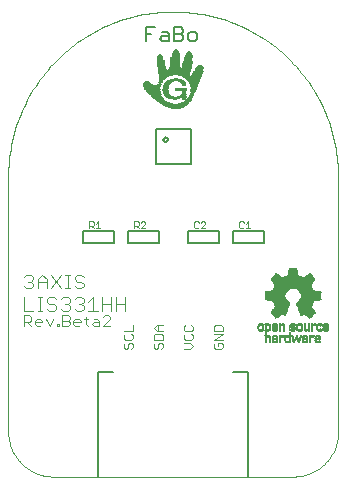
<source format=gto>
G75*
%MOIN*%
%OFA0B0*%
%FSLAX25Y25*%
%IPPOS*%
%LPD*%
%AMOC8*
5,1,8,0,0,1.08239X$1,22.5*
%
%ADD10C,0.00400*%
%ADD11C,0.00300*%
%ADD12C,0.00000*%
%ADD13C,0.00500*%
%ADD14C,0.00200*%
%ADD15R,0.01012X0.00046*%
%ADD16R,0.01840X0.00046*%
%ADD17R,0.02438X0.00046*%
%ADD18R,0.02852X0.00046*%
%ADD19R,0.03266X0.00046*%
%ADD20R,0.03634X0.00046*%
%ADD21R,0.03910X0.00046*%
%ADD22R,0.04232X0.00046*%
%ADD23R,0.04462X0.00046*%
%ADD24R,0.04738X0.00046*%
%ADD25R,0.04968X0.00046*%
%ADD26R,0.05198X0.00046*%
%ADD27R,0.05428X0.00046*%
%ADD28R,0.05612X0.00046*%
%ADD29R,0.05750X0.00046*%
%ADD30R,0.05980X0.00046*%
%ADD31R,0.06164X0.00046*%
%ADD32R,0.06394X0.00046*%
%ADD33R,0.06532X0.00046*%
%ADD34R,0.06716X0.00046*%
%ADD35R,0.06854X0.00046*%
%ADD36R,0.07038X0.00046*%
%ADD37R,0.07176X0.00046*%
%ADD38R,0.07360X0.00046*%
%ADD39R,0.07498X0.00046*%
%ADD40R,0.07636X0.00046*%
%ADD41R,0.07774X0.00046*%
%ADD42R,0.07958X0.00046*%
%ADD43R,0.08096X0.00046*%
%ADD44R,0.08234X0.00046*%
%ADD45R,0.08326X0.00046*%
%ADD46R,0.08464X0.00046*%
%ADD47R,0.08602X0.00046*%
%ADD48R,0.04048X0.00046*%
%ADD49R,0.03496X0.00046*%
%ADD50R,0.03772X0.00046*%
%ADD51R,0.03174X0.00046*%
%ADD52R,0.03588X0.00046*%
%ADD53R,0.03036X0.00046*%
%ADD54R,0.03542X0.00046*%
%ADD55R,0.03404X0.00046*%
%ADD56R,0.02760X0.00046*%
%ADD57R,0.03312X0.00046*%
%ADD58R,0.02668X0.00046*%
%ADD59R,0.03220X0.00046*%
%ADD60R,0.02576X0.00046*%
%ADD61R,0.03220X0.00046*%
%ADD62R,0.02484X0.00046*%
%ADD63R,0.03128X0.00046*%
%ADD64R,0.02346X0.00046*%
%ADD65R,0.02300X0.00046*%
%ADD66R,0.02254X0.00046*%
%ADD67R,0.02990X0.00046*%
%ADD68R,0.02162X0.00046*%
%ADD69R,0.02944X0.00046*%
%ADD70R,0.02116X0.00046*%
%ADD71R,0.02070X0.00046*%
%ADD72R,0.02024X0.00046*%
%ADD73R,0.02898X0.00046*%
%ADD74R,0.01978X0.00046*%
%ADD75R,0.01932X0.00046*%
%ADD76R,0.02898X0.00046*%
%ADD77R,0.01886X0.00046*%
%ADD78R,0.01840X0.00046*%
%ADD79R,0.01794X0.00046*%
%ADD80R,0.01748X0.00046*%
%ADD81R,0.01702X0.00046*%
%ADD82R,0.01656X0.00046*%
%ADD83R,0.01564X0.00046*%
%ADD84R,0.01610X0.00046*%
%ADD85R,0.02990X0.00046*%
%ADD86R,0.00506X0.00046*%
%ADD87R,0.01288X0.00046*%
%ADD88R,0.01518X0.00046*%
%ADD89R,0.01564X0.00046*%
%ADD90R,0.01334X0.00046*%
%ADD91R,0.01380X0.00046*%
%ADD92R,0.03082X0.00046*%
%ADD93R,0.01426X0.00046*%
%ADD94R,0.03818X0.00046*%
%ADD95R,0.04002X0.00046*%
%ADD96R,0.01472X0.00046*%
%ADD97R,0.04278X0.00046*%
%ADD98R,0.04462X0.00046*%
%ADD99R,0.04600X0.00046*%
%ADD100R,0.04784X0.00046*%
%ADD101R,0.01426X0.00046*%
%ADD102R,0.06440X0.00046*%
%ADD103R,0.06486X0.00046*%
%ADD104R,0.06578X0.00046*%
%ADD105R,0.02208X0.00046*%
%ADD106R,0.02714X0.00046*%
%ADD107R,0.03358X0.00046*%
%ADD108R,0.02070X0.00046*%
%ADD109R,0.03404X0.00046*%
%ADD110R,0.03450X0.00046*%
%ADD111R,0.01978X0.00046*%
%ADD112R,0.03634X0.00046*%
%ADD113R,0.03680X0.00046*%
%ADD114R,0.03726X0.00046*%
%ADD115R,0.03864X0.00046*%
%ADD116R,0.03956X0.00046*%
%ADD117R,0.04094X0.00046*%
%ADD118R,0.04140X0.00046*%
%ADD119R,0.04140X0.00046*%
%ADD120R,0.04186X0.00046*%
%ADD121R,0.01748X0.00046*%
%ADD122R,0.04324X0.00046*%
%ADD123R,0.04370X0.00046*%
%ADD124R,0.04416X0.00046*%
%ADD125R,0.04508X0.00046*%
%ADD126R,0.01656X0.00046*%
%ADD127R,0.04554X0.00046*%
%ADD128R,0.04646X0.00046*%
%ADD129R,0.04692X0.00046*%
%ADD130R,0.04784X0.00046*%
%ADD131R,0.04830X0.00046*%
%ADD132R,0.04876X0.00046*%
%ADD133R,0.04922X0.00046*%
%ADD134R,0.05014X0.00046*%
%ADD135R,0.05060X0.00046*%
%ADD136R,0.05106X0.00046*%
%ADD137R,0.05152X0.00046*%
%ADD138R,0.05244X0.00046*%
%ADD139R,0.05290X0.00046*%
%ADD140R,0.05382X0.00046*%
%ADD141R,0.02162X0.00046*%
%ADD142R,0.05474X0.00046*%
%ADD143R,0.05520X0.00046*%
%ADD144R,0.05566X0.00046*%
%ADD145R,0.05612X0.00046*%
%ADD146R,0.02392X0.00046*%
%ADD147R,0.05658X0.00046*%
%ADD148R,0.05704X0.00046*%
%ADD149R,0.02484X0.00046*%
%ADD150R,0.02530X0.00046*%
%ADD151R,0.05796X0.00046*%
%ADD152R,0.01242X0.00046*%
%ADD153R,0.01150X0.00046*%
%ADD154R,0.01104X0.00046*%
%ADD155R,0.02806X0.00046*%
%ADD156R,0.01058X0.00046*%
%ADD157R,0.01012X0.00046*%
%ADD158R,0.00966X0.00046*%
%ADD159R,0.02622X0.00046*%
%ADD160R,0.02576X0.00046*%
%ADD161R,0.02392X0.00046*%
%ADD162R,0.01334X0.00046*%
%ADD163R,0.00874X0.00046*%
%ADD164R,0.03726X0.00046*%
%ADD165R,0.00552X0.00046*%
%ADD166R,0.01196X0.00046*%
%ADD167R,0.01242X0.00046*%
%ADD168R,0.05336X0.00046*%
%ADD169R,0.02668X0.00046*%
%ADD170R,0.04876X0.00046*%
%ADD171R,0.05290X0.00046*%
%ADD172R,0.05520X0.00046*%
%ADD173R,0.05704X0.00046*%
%ADD174R,0.05888X0.00046*%
%ADD175R,0.05934X0.00046*%
%ADD176R,0.02806X0.00046*%
%ADD177R,0.06026X0.00046*%
%ADD178R,0.06164X0.00046*%
%ADD179R,0.06256X0.00046*%
%ADD180R,0.06348X0.00046*%
%ADD181R,0.03128X0.00046*%
%ADD182R,0.03956X0.00046*%
%ADD183R,0.10258X0.00046*%
%ADD184R,0.10304X0.00046*%
%ADD185R,0.10350X0.00046*%
%ADD186R,0.10396X0.00046*%
%ADD187R,0.10442X0.00046*%
%ADD188R,0.10488X0.00046*%
%ADD189R,0.10534X0.00046*%
%ADD190R,0.10580X0.00046*%
%ADD191R,0.07406X0.00046*%
%ADD192R,0.00736X0.00046*%
%ADD193R,0.03312X0.00046*%
%ADD194R,0.00920X0.00046*%
%ADD195R,0.00828X0.00046*%
%ADD196R,0.00690X0.00046*%
%ADD197R,0.00230X0.00046*%
%ADD198R,0.00782X0.00046*%
%ADD199R,0.00644X0.00046*%
%ADD200R,0.00276X0.00046*%
%ADD201R,0.00414X0.00046*%
%ADD202R,0.00650X0.00050*%
%ADD203R,0.00950X0.00050*%
%ADD204R,0.00800X0.00050*%
%ADD205R,0.00550X0.00050*%
%ADD206R,0.00600X0.00050*%
%ADD207R,0.01750X0.00050*%
%ADD208R,0.01000X0.00050*%
%ADD209R,0.01200X0.00050*%
%ADD210R,0.01800X0.00050*%
%ADD211R,0.01350X0.00050*%
%ADD212R,0.01900X0.00050*%
%ADD213R,0.00700X0.00050*%
%ADD214R,0.01850X0.00050*%
%ADD215R,0.01500X0.00050*%
%ADD216R,0.01950X0.00050*%
%ADD217R,0.01650X0.00050*%
%ADD218R,0.00750X0.00050*%
%ADD219R,0.02000X0.00050*%
%ADD220R,0.02050X0.00050*%
%ADD221R,0.00850X0.00050*%
%ADD222R,0.02100X0.00050*%
%ADD223R,0.00900X0.00050*%
%ADD224R,0.00450X0.00050*%
%ADD225R,0.00300X0.00050*%
%ADD226R,0.00200X0.00050*%
%ADD227R,0.01050X0.00050*%
%ADD228R,0.00100X0.00050*%
%ADD229R,0.01100X0.00050*%
%ADD230R,0.01150X0.00050*%
%ADD231R,0.02200X0.00050*%
%ADD232R,0.01250X0.00050*%
%ADD233R,0.00150X0.00050*%
%ADD234R,0.00250X0.00050*%
%ADD235R,0.00500X0.00050*%
%ADD236R,0.01550X0.00050*%
%ADD237R,0.01600X0.00050*%
%ADD238R,0.01700X0.00050*%
%ADD239R,0.01400X0.00050*%
%ADD240R,0.01300X0.00050*%
%ADD241R,0.00400X0.00050*%
%ADD242R,0.01450X0.00050*%
%ADD243R,0.02150X0.00050*%
%ADD244R,0.00350X0.00050*%
%ADD245R,0.00050X0.00050*%
%ADD246R,0.02250X0.00050*%
%ADD247R,0.02400X0.00050*%
%ADD248R,0.02500X0.00050*%
%ADD249R,0.02650X0.00050*%
%ADD250R,0.02750X0.00050*%
%ADD251R,0.02900X0.00050*%
%ADD252R,0.03000X0.00050*%
%ADD253R,0.03150X0.00050*%
%ADD254R,0.03250X0.00050*%
%ADD255R,0.04600X0.00050*%
%ADD256R,0.04650X0.00050*%
%ADD257R,0.04750X0.00050*%
%ADD258R,0.04800X0.00050*%
%ADD259R,0.04900X0.00050*%
%ADD260R,0.04950X0.00050*%
%ADD261R,0.05000X0.00050*%
%ADD262R,0.05100X0.00050*%
%ADD263R,0.05150X0.00050*%
%ADD264R,0.05200X0.00050*%
%ADD265R,0.05250X0.00050*%
%ADD266R,0.05050X0.00050*%
%ADD267R,0.04850X0.00050*%
%ADD268R,0.05300X0.00050*%
%ADD269R,0.05350X0.00050*%
%ADD270R,0.05450X0.00050*%
%ADD271R,0.05500X0.00050*%
%ADD272R,0.05550X0.00050*%
%ADD273R,0.05650X0.00050*%
%ADD274R,0.05600X0.00050*%
%ADD275R,0.05400X0.00050*%
%ADD276R,0.05700X0.00050*%
%ADD277R,0.05900X0.00050*%
%ADD278R,0.06150X0.00050*%
%ADD279R,0.06350X0.00050*%
%ADD280R,0.06550X0.00050*%
%ADD281R,0.06850X0.00050*%
%ADD282R,0.07050X0.00050*%
%ADD283R,0.07100X0.00050*%
%ADD284R,0.07000X0.00050*%
%ADD285R,0.06950X0.00050*%
%ADD286R,0.06900X0.00050*%
%ADD287R,0.06800X0.00050*%
%ADD288R,0.06600X0.00050*%
%ADD289R,0.05750X0.00050*%
%ADD290R,0.06050X0.00050*%
%ADD291R,0.13050X0.00050*%
%ADD292R,0.12950X0.00050*%
%ADD293R,0.12850X0.00050*%
%ADD294R,0.12750X0.00050*%
%ADD295R,0.12650X0.00050*%
%ADD296R,0.12550X0.00050*%
%ADD297R,0.12450X0.00050*%
%ADD298R,0.12350X0.00050*%
%ADD299R,0.12250X0.00050*%
%ADD300R,0.12150X0.00050*%
%ADD301R,0.13150X0.00050*%
%ADD302R,0.13250X0.00050*%
%ADD303R,0.13350X0.00050*%
%ADD304R,0.13450X0.00050*%
%ADD305R,0.13550X0.00050*%
%ADD306R,0.13650X0.00050*%
%ADD307R,0.13750X0.00050*%
%ADD308R,0.13850X0.00050*%
%ADD309R,0.13950X0.00050*%
%ADD310R,0.14050X0.00050*%
%ADD311R,0.14150X0.00050*%
%ADD312R,0.14250X0.00050*%
%ADD313R,0.14350X0.00050*%
%ADD314R,0.14450X0.00050*%
%ADD315R,0.14550X0.00050*%
%ADD316R,0.14650X0.00050*%
%ADD317R,0.14750X0.00050*%
%ADD318R,0.14850X0.00050*%
%ADD319R,0.14950X0.00050*%
%ADD320R,0.03450X0.00050*%
%ADD321R,0.06750X0.00050*%
%ADD322R,0.03300X0.00050*%
%ADD323R,0.06450X0.00050*%
%ADD324R,0.03200X0.00050*%
%ADD325R,0.06250X0.00050*%
%ADD326R,0.03050X0.00050*%
%ADD327R,0.05950X0.00050*%
%ADD328R,0.02950X0.00050*%
%ADD329R,0.02850X0.00050*%
%ADD330R,0.02800X0.00050*%
%ADD331R,0.02700X0.00050*%
%ADD332R,0.02600X0.00050*%
%ADD333R,0.02450X0.00050*%
%ADD334R,0.02350X0.00050*%
%ADD335R,0.04550X0.00050*%
%ADD336R,0.04250X0.00050*%
%ADD337R,0.04050X0.00050*%
%ADD338R,0.03750X0.00050*%
%ADD339R,0.03650X0.00050*%
%ADD340R,0.03550X0.00050*%
%ADD341R,0.03350X0.00050*%
D10*
X0012000Y0074206D02*
X0015069Y0074206D01*
X0016604Y0074206D02*
X0018139Y0074206D01*
X0017371Y0074206D02*
X0017371Y0078810D01*
X0016604Y0078810D02*
X0018139Y0078810D01*
X0019673Y0078043D02*
X0019673Y0077275D01*
X0020441Y0076508D01*
X0021975Y0076508D01*
X0022742Y0075741D01*
X0022742Y0074973D01*
X0021975Y0074206D01*
X0020441Y0074206D01*
X0019673Y0074973D01*
X0019673Y0078043D02*
X0020441Y0078810D01*
X0021975Y0078810D01*
X0022742Y0078043D01*
X0024277Y0078043D02*
X0025044Y0078810D01*
X0026579Y0078810D01*
X0027346Y0078043D01*
X0027346Y0077275D01*
X0026579Y0076508D01*
X0027346Y0075741D01*
X0027346Y0074973D01*
X0026579Y0074206D01*
X0025044Y0074206D01*
X0024277Y0074973D01*
X0025812Y0076508D02*
X0026579Y0076508D01*
X0028881Y0078043D02*
X0029648Y0078810D01*
X0031183Y0078810D01*
X0031950Y0078043D01*
X0031950Y0077275D01*
X0031183Y0076508D01*
X0031950Y0075741D01*
X0031950Y0074973D01*
X0031183Y0074206D01*
X0029648Y0074206D01*
X0028881Y0074973D01*
X0030416Y0076508D02*
X0031183Y0076508D01*
X0033485Y0077275D02*
X0035020Y0078810D01*
X0035020Y0074206D01*
X0036554Y0074206D02*
X0033485Y0074206D01*
X0038089Y0074206D02*
X0038089Y0078810D01*
X0038089Y0076508D02*
X0041158Y0076508D01*
X0042693Y0076508D02*
X0045762Y0076508D01*
X0045762Y0078810D02*
X0045762Y0074206D01*
X0042693Y0074206D02*
X0042693Y0078810D01*
X0041158Y0078810D02*
X0041158Y0074206D01*
X0031950Y0082473D02*
X0031183Y0081706D01*
X0029648Y0081706D01*
X0028881Y0082473D01*
X0027346Y0081706D02*
X0025812Y0081706D01*
X0026579Y0081706D02*
X0026579Y0086310D01*
X0025812Y0086310D02*
X0027346Y0086310D01*
X0028881Y0085543D02*
X0028881Y0084775D01*
X0029648Y0084008D01*
X0031183Y0084008D01*
X0031950Y0083241D01*
X0031950Y0082473D01*
X0031950Y0085543D02*
X0031183Y0086310D01*
X0029648Y0086310D01*
X0028881Y0085543D01*
X0024277Y0086310D02*
X0021208Y0081706D01*
X0019673Y0081706D02*
X0019673Y0084775D01*
X0018139Y0086310D01*
X0016604Y0084775D01*
X0016604Y0081706D01*
X0015069Y0082473D02*
X0015069Y0083241D01*
X0014302Y0084008D01*
X0013535Y0084008D01*
X0014302Y0084008D02*
X0015069Y0084775D01*
X0015069Y0085543D01*
X0014302Y0086310D01*
X0012767Y0086310D01*
X0012000Y0085543D01*
X0012000Y0082473D02*
X0012767Y0081706D01*
X0014302Y0081706D01*
X0015069Y0082473D01*
X0016604Y0084008D02*
X0019673Y0084008D01*
X0021208Y0086310D02*
X0024277Y0081706D01*
X0012000Y0078810D02*
X0012000Y0074206D01*
D11*
X0011950Y0072859D02*
X0013802Y0072859D01*
X0014419Y0072242D01*
X0014419Y0071007D01*
X0013802Y0070390D01*
X0011950Y0070390D01*
X0011950Y0069156D02*
X0011950Y0072859D01*
X0013184Y0070390D02*
X0014419Y0069156D01*
X0015633Y0069773D02*
X0015633Y0071007D01*
X0016250Y0071625D01*
X0017485Y0071625D01*
X0018102Y0071007D01*
X0018102Y0070390D01*
X0015633Y0070390D01*
X0015633Y0069773D02*
X0016250Y0069156D01*
X0017485Y0069156D01*
X0020551Y0069156D02*
X0019316Y0071625D01*
X0021785Y0071625D02*
X0020551Y0069156D01*
X0022999Y0069156D02*
X0023617Y0069156D01*
X0023617Y0069773D01*
X0022999Y0069773D01*
X0022999Y0069156D01*
X0024841Y0069156D02*
X0024841Y0072859D01*
X0026693Y0072859D01*
X0027310Y0072242D01*
X0027310Y0071625D01*
X0026693Y0071007D01*
X0024841Y0071007D01*
X0024841Y0069156D02*
X0026693Y0069156D01*
X0027310Y0069773D01*
X0027310Y0070390D01*
X0026693Y0071007D01*
X0028524Y0071007D02*
X0028524Y0069773D01*
X0029141Y0069156D01*
X0030376Y0069156D01*
X0030993Y0070390D02*
X0030993Y0071007D01*
X0030376Y0071625D01*
X0029141Y0071625D01*
X0028524Y0071007D01*
X0028524Y0070390D02*
X0030993Y0070390D01*
X0032207Y0071625D02*
X0033442Y0071625D01*
X0032824Y0072242D02*
X0032824Y0069773D01*
X0033442Y0069156D01*
X0034663Y0069773D02*
X0035280Y0070390D01*
X0037131Y0070390D01*
X0037131Y0071007D02*
X0037131Y0069156D01*
X0035280Y0069156D01*
X0034663Y0069773D01*
X0035280Y0071625D02*
X0036514Y0071625D01*
X0037131Y0071007D01*
X0038346Y0072242D02*
X0038963Y0072859D01*
X0040197Y0072859D01*
X0040815Y0072242D01*
X0040815Y0071625D01*
X0038346Y0069156D01*
X0040815Y0069156D01*
X0045348Y0067549D02*
X0048250Y0067549D01*
X0048250Y0069484D01*
X0047766Y0066537D02*
X0048250Y0066054D01*
X0048250Y0065086D01*
X0047766Y0064602D01*
X0045831Y0064602D01*
X0045348Y0065086D01*
X0045348Y0066054D01*
X0045831Y0066537D01*
X0045831Y0063591D02*
X0045348Y0063107D01*
X0045348Y0062140D01*
X0045831Y0061656D01*
X0046315Y0061656D01*
X0046799Y0062140D01*
X0046799Y0063107D01*
X0047283Y0063591D01*
X0047766Y0063591D01*
X0048250Y0063107D01*
X0048250Y0062140D01*
X0047766Y0061656D01*
X0055348Y0062140D02*
X0055831Y0061656D01*
X0056315Y0061656D01*
X0056799Y0062140D01*
X0056799Y0063107D01*
X0057283Y0063591D01*
X0057766Y0063591D01*
X0058250Y0063107D01*
X0058250Y0062140D01*
X0057766Y0061656D01*
X0055831Y0063591D02*
X0055348Y0063107D01*
X0055348Y0062140D01*
X0055348Y0064602D02*
X0055348Y0066054D01*
X0055831Y0066537D01*
X0057766Y0066537D01*
X0058250Y0066054D01*
X0058250Y0064602D01*
X0055348Y0064602D01*
X0056315Y0067549D02*
X0055348Y0068516D01*
X0056315Y0069484D01*
X0058250Y0069484D01*
X0058250Y0067549D02*
X0056315Y0067549D01*
X0056799Y0067549D02*
X0056799Y0069484D01*
X0065348Y0069000D02*
X0065348Y0068033D01*
X0065831Y0067549D01*
X0067766Y0067549D01*
X0068250Y0068033D01*
X0068250Y0069000D01*
X0067766Y0069484D01*
X0065831Y0069484D02*
X0065348Y0069000D01*
X0065831Y0066537D02*
X0065348Y0066054D01*
X0065348Y0065086D01*
X0065831Y0064602D01*
X0067766Y0064602D01*
X0068250Y0065086D01*
X0068250Y0066054D01*
X0067766Y0066537D01*
X0067283Y0063591D02*
X0065348Y0063591D01*
X0065348Y0061656D02*
X0067283Y0061656D01*
X0068250Y0062623D01*
X0067283Y0063591D01*
X0075348Y0063107D02*
X0075348Y0062140D01*
X0075831Y0061656D01*
X0077766Y0061656D01*
X0078250Y0062140D01*
X0078250Y0063107D01*
X0077766Y0063591D01*
X0076799Y0063591D01*
X0076799Y0062623D01*
X0075831Y0063591D02*
X0075348Y0063107D01*
X0075348Y0064602D02*
X0078250Y0066537D01*
X0075348Y0066537D01*
X0075348Y0067549D02*
X0075348Y0069000D01*
X0075831Y0069484D01*
X0077766Y0069484D01*
X0078250Y0069000D01*
X0078250Y0067549D01*
X0075348Y0067549D01*
X0075348Y0064602D02*
X0078250Y0064602D01*
D12*
X0101800Y0019006D02*
X0021800Y0019006D01*
X0021438Y0019010D01*
X0021075Y0019024D01*
X0020713Y0019045D01*
X0020352Y0019076D01*
X0019992Y0019115D01*
X0019633Y0019163D01*
X0019275Y0019220D01*
X0018918Y0019285D01*
X0018563Y0019359D01*
X0018210Y0019442D01*
X0017859Y0019533D01*
X0017511Y0019632D01*
X0017165Y0019740D01*
X0016821Y0019856D01*
X0016481Y0019981D01*
X0016144Y0020113D01*
X0015810Y0020254D01*
X0015479Y0020403D01*
X0015152Y0020560D01*
X0014829Y0020724D01*
X0014510Y0020896D01*
X0014196Y0021076D01*
X0013885Y0021264D01*
X0013580Y0021459D01*
X0013279Y0021661D01*
X0012983Y0021871D01*
X0012693Y0022087D01*
X0012407Y0022311D01*
X0012127Y0022541D01*
X0011853Y0022778D01*
X0011585Y0023022D01*
X0011322Y0023272D01*
X0011066Y0023528D01*
X0010816Y0023791D01*
X0010572Y0024059D01*
X0010335Y0024333D01*
X0010105Y0024613D01*
X0009881Y0024899D01*
X0009665Y0025189D01*
X0009455Y0025485D01*
X0009253Y0025786D01*
X0009058Y0026091D01*
X0008870Y0026402D01*
X0008690Y0026716D01*
X0008518Y0027035D01*
X0008354Y0027358D01*
X0008197Y0027685D01*
X0008048Y0028016D01*
X0007907Y0028350D01*
X0007775Y0028687D01*
X0007650Y0029027D01*
X0007534Y0029371D01*
X0007426Y0029717D01*
X0007327Y0030065D01*
X0007236Y0030416D01*
X0007153Y0030769D01*
X0007079Y0031124D01*
X0007014Y0031481D01*
X0006957Y0031839D01*
X0006909Y0032198D01*
X0006870Y0032558D01*
X0006839Y0032919D01*
X0006818Y0033281D01*
X0006804Y0033644D01*
X0006800Y0034006D01*
X0006800Y0119006D01*
X0006816Y0120345D01*
X0006865Y0121684D01*
X0006947Y0123021D01*
X0007061Y0124355D01*
X0007207Y0125687D01*
X0007386Y0127014D01*
X0007597Y0128337D01*
X0007841Y0129654D01*
X0008116Y0130965D01*
X0008423Y0132268D01*
X0008762Y0133564D01*
X0009132Y0134851D01*
X0009533Y0136129D01*
X0009966Y0137397D01*
X0010429Y0138654D01*
X0010923Y0139899D01*
X0011447Y0141132D01*
X0012000Y0142351D01*
X0012584Y0143557D01*
X0013196Y0144748D01*
X0013837Y0145924D01*
X0014507Y0147084D01*
X0015205Y0148227D01*
X0015930Y0149353D01*
X0016683Y0150461D01*
X0017462Y0151551D01*
X0018268Y0152621D01*
X0019099Y0153671D01*
X0019956Y0154700D01*
X0020838Y0155709D01*
X0021743Y0156695D01*
X0022673Y0157659D01*
X0023626Y0158601D01*
X0024601Y0159519D01*
X0025599Y0160412D01*
X0026618Y0161282D01*
X0027658Y0162126D01*
X0028718Y0162944D01*
X0029798Y0163737D01*
X0030896Y0164503D01*
X0032014Y0165242D01*
X0033148Y0165954D01*
X0034300Y0166637D01*
X0035468Y0167293D01*
X0036652Y0167920D01*
X0037850Y0168518D01*
X0039063Y0169086D01*
X0040289Y0169625D01*
X0041528Y0170134D01*
X0042779Y0170612D01*
X0044042Y0171060D01*
X0045314Y0171477D01*
X0046597Y0171863D01*
X0047889Y0172218D01*
X0049189Y0172541D01*
X0050496Y0172832D01*
X0051810Y0173091D01*
X0053130Y0173318D01*
X0054455Y0173513D01*
X0055785Y0173676D01*
X0057118Y0173806D01*
X0058453Y0173904D01*
X0059791Y0173969D01*
X0061130Y0174002D01*
X0062470Y0174002D01*
X0063809Y0173969D01*
X0065147Y0173904D01*
X0066482Y0173806D01*
X0067815Y0173676D01*
X0069145Y0173513D01*
X0070470Y0173318D01*
X0071790Y0173091D01*
X0073104Y0172832D01*
X0074411Y0172541D01*
X0075711Y0172218D01*
X0077003Y0171863D01*
X0078286Y0171477D01*
X0079558Y0171060D01*
X0080821Y0170612D01*
X0082072Y0170134D01*
X0083311Y0169625D01*
X0084537Y0169086D01*
X0085750Y0168518D01*
X0086948Y0167920D01*
X0088132Y0167293D01*
X0089300Y0166637D01*
X0090452Y0165954D01*
X0091586Y0165242D01*
X0092704Y0164503D01*
X0093802Y0163737D01*
X0094882Y0162944D01*
X0095942Y0162126D01*
X0096982Y0161282D01*
X0098001Y0160412D01*
X0098999Y0159519D01*
X0099974Y0158601D01*
X0100927Y0157659D01*
X0101857Y0156695D01*
X0102762Y0155709D01*
X0103644Y0154700D01*
X0104501Y0153671D01*
X0105332Y0152621D01*
X0106138Y0151551D01*
X0106917Y0150461D01*
X0107670Y0149353D01*
X0108395Y0148227D01*
X0109093Y0147084D01*
X0109763Y0145924D01*
X0110404Y0144748D01*
X0111016Y0143557D01*
X0111600Y0142351D01*
X0112153Y0141132D01*
X0112677Y0139899D01*
X0113171Y0138654D01*
X0113634Y0137397D01*
X0114067Y0136129D01*
X0114468Y0134851D01*
X0114838Y0133564D01*
X0115177Y0132268D01*
X0115484Y0130965D01*
X0115759Y0129654D01*
X0116003Y0128337D01*
X0116214Y0127014D01*
X0116393Y0125687D01*
X0116539Y0124355D01*
X0116653Y0123021D01*
X0116735Y0121684D01*
X0116784Y0120345D01*
X0116800Y0119006D01*
X0116800Y0034006D01*
X0116796Y0033644D01*
X0116782Y0033281D01*
X0116761Y0032919D01*
X0116730Y0032558D01*
X0116691Y0032198D01*
X0116643Y0031839D01*
X0116586Y0031481D01*
X0116521Y0031124D01*
X0116447Y0030769D01*
X0116364Y0030416D01*
X0116273Y0030065D01*
X0116174Y0029717D01*
X0116066Y0029371D01*
X0115950Y0029027D01*
X0115825Y0028687D01*
X0115693Y0028350D01*
X0115552Y0028016D01*
X0115403Y0027685D01*
X0115246Y0027358D01*
X0115082Y0027035D01*
X0114910Y0026716D01*
X0114730Y0026402D01*
X0114542Y0026091D01*
X0114347Y0025786D01*
X0114145Y0025485D01*
X0113935Y0025189D01*
X0113719Y0024899D01*
X0113495Y0024613D01*
X0113265Y0024333D01*
X0113028Y0024059D01*
X0112784Y0023791D01*
X0112534Y0023528D01*
X0112278Y0023272D01*
X0112015Y0023022D01*
X0111747Y0022778D01*
X0111473Y0022541D01*
X0111193Y0022311D01*
X0110907Y0022087D01*
X0110617Y0021871D01*
X0110321Y0021661D01*
X0110020Y0021459D01*
X0109715Y0021264D01*
X0109404Y0021076D01*
X0109090Y0020896D01*
X0108771Y0020724D01*
X0108448Y0020560D01*
X0108121Y0020403D01*
X0107790Y0020254D01*
X0107456Y0020113D01*
X0107119Y0019981D01*
X0106779Y0019856D01*
X0106435Y0019740D01*
X0106089Y0019632D01*
X0105741Y0019533D01*
X0105390Y0019442D01*
X0105037Y0019359D01*
X0104682Y0019285D01*
X0104325Y0019220D01*
X0103967Y0019163D01*
X0103608Y0019115D01*
X0103248Y0019076D01*
X0102887Y0019045D01*
X0102525Y0019024D01*
X0102162Y0019010D01*
X0101800Y0019006D01*
D13*
X0086800Y0019006D02*
X0086800Y0054006D01*
X0081800Y0054006D01*
X0081682Y0097037D02*
X0081682Y0100974D01*
X0091918Y0100974D01*
X0091918Y0097037D01*
X0082076Y0097037D01*
X0076918Y0097037D02*
X0076918Y0100974D01*
X0066682Y0100974D01*
X0066682Y0097037D01*
X0067076Y0097037D02*
X0076918Y0097037D01*
X0067706Y0123100D02*
X0067706Y0134911D01*
X0055894Y0134911D01*
X0055894Y0123100D01*
X0067706Y0123100D01*
X0058531Y0131368D02*
X0058533Y0131421D01*
X0058539Y0131474D01*
X0058549Y0131526D01*
X0058563Y0131577D01*
X0058580Y0131627D01*
X0058601Y0131676D01*
X0058626Y0131723D01*
X0058654Y0131768D01*
X0058686Y0131811D01*
X0058721Y0131851D01*
X0058758Y0131888D01*
X0058798Y0131923D01*
X0058841Y0131955D01*
X0058886Y0131983D01*
X0058933Y0132008D01*
X0058982Y0132029D01*
X0059032Y0132046D01*
X0059083Y0132060D01*
X0059135Y0132070D01*
X0059188Y0132076D01*
X0059241Y0132078D01*
X0059294Y0132076D01*
X0059347Y0132070D01*
X0059399Y0132060D01*
X0059450Y0132046D01*
X0059500Y0132029D01*
X0059549Y0132008D01*
X0059596Y0131983D01*
X0059641Y0131955D01*
X0059684Y0131923D01*
X0059724Y0131888D01*
X0059761Y0131851D01*
X0059796Y0131811D01*
X0059828Y0131768D01*
X0059856Y0131723D01*
X0059881Y0131676D01*
X0059902Y0131627D01*
X0059919Y0131577D01*
X0059933Y0131526D01*
X0059943Y0131474D01*
X0059949Y0131421D01*
X0059951Y0131368D01*
X0059949Y0131315D01*
X0059943Y0131262D01*
X0059933Y0131210D01*
X0059919Y0131159D01*
X0059902Y0131109D01*
X0059881Y0131060D01*
X0059856Y0131013D01*
X0059828Y0130968D01*
X0059796Y0130925D01*
X0059761Y0130885D01*
X0059724Y0130848D01*
X0059684Y0130813D01*
X0059641Y0130781D01*
X0059596Y0130753D01*
X0059549Y0130728D01*
X0059500Y0130707D01*
X0059450Y0130690D01*
X0059399Y0130676D01*
X0059347Y0130666D01*
X0059294Y0130660D01*
X0059241Y0130658D01*
X0059188Y0130660D01*
X0059135Y0130666D01*
X0059083Y0130676D01*
X0059032Y0130690D01*
X0058982Y0130707D01*
X0058933Y0130728D01*
X0058886Y0130753D01*
X0058841Y0130781D01*
X0058798Y0130813D01*
X0058758Y0130848D01*
X0058721Y0130885D01*
X0058686Y0130925D01*
X0058654Y0130968D01*
X0058626Y0131013D01*
X0058601Y0131060D01*
X0058580Y0131109D01*
X0058563Y0131159D01*
X0058549Y0131210D01*
X0058539Y0131262D01*
X0058533Y0131315D01*
X0058531Y0131368D01*
X0056918Y0100974D02*
X0046682Y0100974D01*
X0046682Y0097037D01*
X0047076Y0097037D02*
X0056918Y0097037D01*
X0056918Y0100974D01*
X0041918Y0100974D02*
X0041918Y0097037D01*
X0032076Y0097037D01*
X0031682Y0097037D02*
X0031682Y0100974D01*
X0041918Y0100974D01*
X0041800Y0054006D02*
X0036800Y0054006D01*
X0036800Y0019006D01*
X0052842Y0164256D02*
X0052842Y0168760D01*
X0055845Y0168760D01*
X0054343Y0166508D02*
X0052842Y0166508D01*
X0057446Y0165007D02*
X0058197Y0165757D01*
X0060449Y0165757D01*
X0060449Y0166508D02*
X0060449Y0164256D01*
X0058197Y0164256D01*
X0057446Y0165007D01*
X0058197Y0167258D02*
X0059698Y0167258D01*
X0060449Y0166508D01*
X0062050Y0166508D02*
X0064302Y0166508D01*
X0065053Y0165757D01*
X0065053Y0165007D01*
X0064302Y0164256D01*
X0062050Y0164256D01*
X0062050Y0168760D01*
X0064302Y0168760D01*
X0065053Y0168009D01*
X0065053Y0167258D01*
X0064302Y0166508D01*
X0066654Y0166508D02*
X0066654Y0165007D01*
X0067405Y0164256D01*
X0068906Y0164256D01*
X0069656Y0165007D01*
X0069656Y0166508D01*
X0068906Y0167258D01*
X0067405Y0167258D01*
X0066654Y0166508D01*
D14*
X0069149Y0104064D02*
X0068782Y0103697D01*
X0068782Y0102229D01*
X0069149Y0101862D01*
X0069883Y0101862D01*
X0070250Y0102229D01*
X0070992Y0101862D02*
X0072460Y0103330D01*
X0072460Y0103697D01*
X0072093Y0104064D01*
X0071359Y0104064D01*
X0070992Y0103697D01*
X0070250Y0103697D02*
X0069883Y0104064D01*
X0069149Y0104064D01*
X0070992Y0101862D02*
X0072460Y0101862D01*
X0083782Y0102229D02*
X0084149Y0101862D01*
X0084883Y0101862D01*
X0085250Y0102229D01*
X0085992Y0101862D02*
X0087460Y0101862D01*
X0086726Y0101862D02*
X0086726Y0104064D01*
X0085992Y0103330D01*
X0085250Y0103697D02*
X0084883Y0104064D01*
X0084149Y0104064D01*
X0083782Y0103697D01*
X0083782Y0102229D01*
X0052460Y0101862D02*
X0050992Y0101862D01*
X0052460Y0103330D01*
X0052460Y0103697D01*
X0052093Y0104064D01*
X0051359Y0104064D01*
X0050992Y0103697D01*
X0050250Y0103697D02*
X0050250Y0102963D01*
X0049883Y0102596D01*
X0048782Y0102596D01*
X0049516Y0102596D02*
X0050250Y0101862D01*
X0048782Y0101862D02*
X0048782Y0104064D01*
X0049883Y0104064D01*
X0050250Y0103697D01*
X0037460Y0101862D02*
X0035992Y0101862D01*
X0036726Y0101862D02*
X0036726Y0104064D01*
X0035992Y0103330D01*
X0035250Y0103697D02*
X0035250Y0102963D01*
X0034883Y0102596D01*
X0033782Y0102596D01*
X0034516Y0102596D02*
X0035250Y0101862D01*
X0033782Y0101862D02*
X0033782Y0104064D01*
X0034883Y0104064D01*
X0035250Y0103697D01*
D15*
X0062679Y0141506D03*
D16*
X0062679Y0141552D03*
X0065209Y0146014D03*
X0066635Y0144082D03*
X0068521Y0147762D03*
X0068521Y0147808D03*
X0064703Y0150476D03*
X0059965Y0150016D03*
X0059919Y0149970D03*
X0059827Y0149832D03*
X0059781Y0149786D03*
X0059735Y0149694D03*
X0058079Y0151442D03*
X0059735Y0146060D03*
X0059781Y0146014D03*
X0053065Y0150246D03*
X0062679Y0160320D03*
X0067049Y0159722D03*
D17*
X0066934Y0158940D03*
X0066934Y0158894D03*
X0062656Y0159584D03*
X0062656Y0159630D03*
X0057596Y0157422D03*
X0057596Y0157376D03*
X0057596Y0157330D03*
X0058378Y0151902D03*
X0061046Y0150706D03*
X0060632Y0145416D03*
X0062656Y0141598D03*
X0064910Y0145600D03*
X0065784Y0143392D03*
X0068682Y0148912D03*
X0068682Y0148958D03*
X0053134Y0149924D03*
D18*
X0058079Y0154846D03*
X0058033Y0155030D03*
X0058033Y0155076D03*
X0057987Y0155168D03*
X0057987Y0155214D03*
X0057987Y0155260D03*
X0057941Y0155398D03*
X0057941Y0155444D03*
X0058539Y0152132D03*
X0062587Y0158710D03*
X0062587Y0158756D03*
X0062587Y0158802D03*
X0062587Y0158848D03*
X0065945Y0152362D03*
X0068705Y0149556D03*
X0070407Y0154386D03*
X0070407Y0154432D03*
X0066773Y0157790D03*
X0066773Y0157836D03*
X0066773Y0157882D03*
X0066773Y0157928D03*
X0060931Y0145370D03*
X0062679Y0141644D03*
X0065347Y0143162D03*
X0057711Y0144174D03*
D19*
X0056446Y0145416D03*
X0056400Y0145462D03*
X0058746Y0152316D03*
X0062426Y0157192D03*
X0062426Y0157238D03*
X0062426Y0157284D03*
X0062426Y0157330D03*
X0062426Y0157376D03*
X0068682Y0150062D03*
X0069878Y0153098D03*
X0069878Y0153144D03*
X0069924Y0153190D03*
X0062196Y0144864D03*
X0062656Y0141690D03*
D20*
X0062656Y0141736D03*
X0064312Y0145370D03*
X0053594Y0149234D03*
D21*
X0059022Y0152546D03*
X0062196Y0154248D03*
X0062196Y0154294D03*
X0062196Y0154340D03*
X0062196Y0154386D03*
X0062656Y0141782D03*
D22*
X0062633Y0141828D03*
X0062679Y0151074D03*
X0068567Y0150936D03*
X0055411Y0146796D03*
D23*
X0062610Y0141874D03*
X0068498Y0151120D03*
D24*
X0068452Y0151304D03*
X0062610Y0141920D03*
X0055066Y0147394D03*
D25*
X0054905Y0147762D03*
X0062587Y0141966D03*
X0068383Y0151488D03*
D26*
X0068314Y0151626D03*
X0062610Y0142012D03*
X0054790Y0148084D03*
X0054790Y0148130D03*
D27*
X0054721Y0148406D03*
X0054721Y0148452D03*
X0054721Y0148498D03*
X0062633Y0150752D03*
X0062587Y0142058D03*
D28*
X0062587Y0142104D03*
D29*
X0062564Y0142150D03*
X0054652Y0149096D03*
X0068176Y0151948D03*
D30*
X0062541Y0142196D03*
D31*
X0062541Y0142242D03*
D32*
X0062518Y0142288D03*
D33*
X0062495Y0142334D03*
D34*
X0062495Y0142380D03*
D35*
X0062472Y0142426D03*
D36*
X0062472Y0142472D03*
D37*
X0062449Y0142518D03*
D38*
X0062449Y0142564D03*
X0063783Y0153604D03*
X0063783Y0153650D03*
X0063829Y0153788D03*
D39*
X0062426Y0142610D03*
D40*
X0062403Y0142656D03*
D41*
X0062380Y0142702D03*
D42*
X0062380Y0142748D03*
D43*
X0062357Y0142794D03*
D44*
X0062334Y0142840D03*
D45*
X0062334Y0142886D03*
D46*
X0062311Y0142932D03*
D47*
X0062288Y0142978D03*
D48*
X0059919Y0143024D03*
X0055549Y0146566D03*
X0062219Y0153972D03*
X0068567Y0150798D03*
D49*
X0068659Y0150292D03*
X0069533Y0152546D03*
X0069579Y0152592D03*
X0065577Y0152592D03*
X0062311Y0155950D03*
X0062311Y0155996D03*
X0062311Y0156042D03*
X0062311Y0156088D03*
X0062311Y0156134D03*
X0062311Y0156180D03*
X0056055Y0145876D03*
X0056101Y0145830D03*
X0053525Y0149280D03*
X0064887Y0143024D03*
D50*
X0064243Y0148314D03*
X0062219Y0154662D03*
X0062219Y0154708D03*
X0062219Y0154754D03*
X0062219Y0154800D03*
X0062219Y0154846D03*
X0055779Y0146244D03*
X0055825Y0146198D03*
X0059735Y0143070D03*
D51*
X0056676Y0145140D03*
X0056630Y0145186D03*
X0056584Y0145232D03*
X0053364Y0149464D03*
X0058470Y0153604D03*
X0062472Y0157652D03*
X0062472Y0157698D03*
X0062472Y0157744D03*
X0062472Y0157790D03*
X0062472Y0157836D03*
X0066106Y0154478D03*
X0066060Y0154294D03*
X0066014Y0154156D03*
X0066014Y0154110D03*
X0065968Y0154018D03*
X0065968Y0153972D03*
X0065922Y0153834D03*
X0065738Y0152500D03*
X0070016Y0153420D03*
X0070062Y0153512D03*
X0065094Y0143070D03*
D52*
X0059551Y0143116D03*
X0058907Y0152454D03*
X0062265Y0155444D03*
X0062265Y0155490D03*
X0062265Y0155536D03*
X0062265Y0155582D03*
X0062265Y0155628D03*
X0068659Y0150384D03*
X0069441Y0152408D03*
D53*
X0070223Y0153926D03*
X0070269Y0154018D03*
X0066543Y0156456D03*
X0066543Y0156502D03*
X0066543Y0156548D03*
X0066589Y0156686D03*
X0066589Y0156732D03*
X0066589Y0156778D03*
X0066589Y0156824D03*
X0066635Y0156916D03*
X0066635Y0156962D03*
X0066635Y0157008D03*
X0066635Y0157054D03*
X0062541Y0158250D03*
X0062541Y0158296D03*
X0062541Y0158342D03*
X0062541Y0158388D03*
X0058309Y0154064D03*
X0058309Y0154018D03*
X0058355Y0153972D03*
X0058355Y0153926D03*
X0058631Y0152224D03*
X0053295Y0149556D03*
X0056929Y0144864D03*
X0058631Y0143530D03*
X0058723Y0143484D03*
X0065209Y0143116D03*
X0068705Y0149786D03*
D54*
X0068682Y0150338D03*
X0069464Y0152454D03*
X0069510Y0152500D03*
X0062288Y0155674D03*
X0062288Y0155720D03*
X0062288Y0155766D03*
X0062288Y0155812D03*
X0062288Y0155858D03*
X0062288Y0155904D03*
X0062196Y0144910D03*
X0059436Y0143162D03*
X0056032Y0145922D03*
D55*
X0056239Y0145646D03*
X0056285Y0145600D03*
X0059321Y0143208D03*
X0053479Y0149326D03*
X0069671Y0152730D03*
D56*
X0070453Y0154570D03*
X0066819Y0158112D03*
X0066819Y0158158D03*
X0066819Y0158204D03*
X0062633Y0159032D03*
X0057803Y0156134D03*
X0057803Y0156088D03*
X0057803Y0156042D03*
X0057803Y0155996D03*
X0057849Y0155950D03*
X0057849Y0155904D03*
X0057849Y0155858D03*
X0057849Y0155812D03*
X0053203Y0149740D03*
X0065439Y0143208D03*
X0068705Y0149418D03*
D57*
X0068705Y0150108D03*
X0069763Y0152914D03*
X0069809Y0152960D03*
X0069809Y0153006D03*
X0069855Y0153052D03*
X0065669Y0152546D03*
X0059183Y0143254D03*
X0056377Y0145508D03*
X0053433Y0149372D03*
D58*
X0053203Y0149786D03*
X0057757Y0156364D03*
X0057757Y0156410D03*
X0057757Y0156456D03*
X0057711Y0156548D03*
X0057711Y0156594D03*
X0057711Y0156640D03*
X0062633Y0159170D03*
X0062633Y0159216D03*
X0062633Y0159262D03*
X0066865Y0158480D03*
X0066865Y0158434D03*
X0066865Y0158388D03*
X0070499Y0154708D03*
X0068705Y0149326D03*
X0068705Y0149280D03*
X0068705Y0149234D03*
X0065531Y0143254D03*
D59*
X0068705Y0149970D03*
X0068705Y0150016D03*
X0065945Y0153880D03*
X0065945Y0153926D03*
X0059091Y0143300D03*
X0056469Y0145370D03*
X0053387Y0149418D03*
D60*
X0058447Y0151994D03*
X0057665Y0156824D03*
X0057665Y0156870D03*
X0057665Y0156916D03*
X0057665Y0156962D03*
X0062633Y0159354D03*
X0068705Y0149188D03*
X0068705Y0149142D03*
X0064841Y0145554D03*
X0065623Y0143300D03*
X0062219Y0144772D03*
X0070545Y0154846D03*
D61*
X0070039Y0153466D03*
X0069993Y0153374D03*
X0069993Y0153328D03*
X0069947Y0153282D03*
X0069947Y0153236D03*
X0062449Y0157422D03*
X0062449Y0157468D03*
X0062449Y0157514D03*
X0062449Y0157560D03*
X0062449Y0157606D03*
X0056515Y0145324D03*
X0056561Y0145278D03*
X0058999Y0143346D03*
D62*
X0065715Y0143346D03*
X0062679Y0159538D03*
D63*
X0062495Y0158020D03*
X0062495Y0157974D03*
X0062495Y0157928D03*
X0062495Y0157882D03*
X0066405Y0155812D03*
X0066313Y0155398D03*
X0066313Y0155352D03*
X0066267Y0155168D03*
X0066267Y0155122D03*
X0066221Y0154984D03*
X0066221Y0154938D03*
X0066221Y0154892D03*
X0066175Y0154800D03*
X0066175Y0154754D03*
X0066175Y0154708D03*
X0066129Y0154662D03*
X0066129Y0154616D03*
X0066129Y0154570D03*
X0066129Y0154524D03*
X0066083Y0154432D03*
X0066083Y0154386D03*
X0066083Y0154340D03*
X0066037Y0154248D03*
X0066037Y0154202D03*
X0070085Y0153604D03*
X0070085Y0153558D03*
X0070131Y0153650D03*
X0070131Y0153696D03*
X0068705Y0149924D03*
X0068705Y0149878D03*
X0064565Y0145416D03*
X0062725Y0151258D03*
X0058447Y0153650D03*
X0058447Y0153696D03*
X0058401Y0153788D03*
X0056745Y0145094D03*
X0058815Y0143438D03*
X0058907Y0143392D03*
D64*
X0060540Y0145462D03*
X0064956Y0145646D03*
X0065876Y0143438D03*
X0068682Y0148774D03*
X0068682Y0148820D03*
X0070614Y0155076D03*
X0066980Y0159078D03*
X0066980Y0159124D03*
X0057550Y0157652D03*
X0057550Y0157606D03*
X0057550Y0157560D03*
D65*
X0057527Y0157698D03*
X0057527Y0157744D03*
X0057527Y0157790D03*
X0062679Y0159768D03*
X0062679Y0159814D03*
X0062679Y0159860D03*
X0067003Y0159170D03*
X0070637Y0155168D03*
X0070637Y0155122D03*
X0068659Y0148728D03*
X0068659Y0148682D03*
X0068659Y0148636D03*
X0065945Y0143484D03*
X0064243Y0150706D03*
X0058309Y0151810D03*
X0053111Y0150016D03*
D66*
X0053088Y0150062D03*
X0058286Y0151764D03*
X0060908Y0150660D03*
X0065002Y0145692D03*
X0066014Y0143530D03*
X0070660Y0155214D03*
X0066980Y0159216D03*
X0057504Y0157928D03*
X0057504Y0157882D03*
X0057504Y0157836D03*
D67*
X0058194Y0154432D03*
X0058240Y0154294D03*
X0058240Y0154248D03*
X0056998Y0144818D03*
X0057044Y0144772D03*
X0057090Y0144726D03*
X0057228Y0144588D03*
X0058562Y0143576D03*
X0066612Y0156870D03*
X0066658Y0157100D03*
X0066658Y0157146D03*
X0066658Y0157192D03*
X0066658Y0157238D03*
X0066704Y0157422D03*
X0070292Y0154110D03*
X0070292Y0154064D03*
X0070246Y0153972D03*
X0068728Y0149740D03*
D68*
X0070660Y0155260D03*
X0067026Y0159354D03*
X0062748Y0151350D03*
X0060770Y0150614D03*
X0060310Y0145554D03*
X0062242Y0144726D03*
X0066060Y0143576D03*
X0066106Y0143622D03*
X0057458Y0158066D03*
X0057458Y0158112D03*
X0053088Y0150108D03*
D69*
X0053295Y0149602D03*
X0057297Y0144542D03*
X0057343Y0144496D03*
X0057389Y0144450D03*
X0057435Y0144404D03*
X0058263Y0143760D03*
X0058355Y0143714D03*
X0058401Y0143668D03*
X0058493Y0143622D03*
X0062219Y0144818D03*
X0058585Y0152178D03*
X0058217Y0154340D03*
X0058217Y0154386D03*
X0058171Y0154478D03*
X0058171Y0154524D03*
X0058125Y0154662D03*
X0062587Y0158572D03*
X0066727Y0157560D03*
X0066727Y0157514D03*
X0066727Y0157468D03*
X0066681Y0157376D03*
X0066681Y0157330D03*
X0066681Y0157284D03*
X0065899Y0152408D03*
X0068705Y0149694D03*
X0068705Y0149648D03*
X0070315Y0154156D03*
X0070315Y0154202D03*
X0070361Y0154294D03*
D70*
X0070683Y0155306D03*
X0067003Y0159400D03*
X0062679Y0159998D03*
X0062679Y0160044D03*
X0057435Y0158204D03*
X0057435Y0158158D03*
X0058217Y0151672D03*
X0060701Y0150568D03*
X0065071Y0145784D03*
X0066175Y0143668D03*
X0068613Y0148314D03*
X0068613Y0148360D03*
D71*
X0065094Y0145830D03*
X0066244Y0143714D03*
X0058194Y0151626D03*
X0062702Y0160090D03*
X0070706Y0155352D03*
D72*
X0067049Y0159538D03*
X0062679Y0160136D03*
X0057435Y0158296D03*
X0057435Y0158250D03*
X0058171Y0151580D03*
X0060517Y0150476D03*
X0060149Y0145646D03*
X0066313Y0143760D03*
X0068567Y0148084D03*
X0068567Y0148130D03*
X0053065Y0150154D03*
D73*
X0058056Y0154892D03*
X0058056Y0154938D03*
X0058056Y0154984D03*
X0058102Y0154800D03*
X0058102Y0154754D03*
X0058102Y0154708D03*
X0058148Y0154616D03*
X0058148Y0154570D03*
X0064680Y0145462D03*
X0058194Y0143806D03*
X0058148Y0143852D03*
X0058056Y0143898D03*
X0057826Y0144082D03*
X0057780Y0144128D03*
X0057642Y0144220D03*
X0070338Y0154248D03*
X0070384Y0154340D03*
D74*
X0070706Y0155398D03*
X0067026Y0159584D03*
X0064588Y0150568D03*
X0065140Y0145876D03*
X0066336Y0143806D03*
X0060080Y0145692D03*
X0060310Y0150338D03*
X0057412Y0158342D03*
X0057412Y0158388D03*
X0057412Y0158434D03*
D75*
X0057389Y0158480D03*
X0062679Y0160228D03*
X0067049Y0159630D03*
X0060241Y0150292D03*
X0060195Y0150246D03*
X0060149Y0150200D03*
X0060103Y0150154D03*
X0060057Y0150108D03*
X0065163Y0145922D03*
X0066451Y0143898D03*
X0066405Y0143852D03*
X0068567Y0147946D03*
X0068567Y0147992D03*
X0068567Y0148038D03*
X0053065Y0150200D03*
D76*
X0053272Y0149648D03*
X0057504Y0144358D03*
X0057550Y0144312D03*
X0057596Y0144266D03*
X0057872Y0144036D03*
X0057964Y0143990D03*
X0058010Y0143944D03*
X0058010Y0155122D03*
X0062564Y0158618D03*
X0062564Y0158664D03*
X0066750Y0157744D03*
X0066750Y0157698D03*
X0066750Y0157652D03*
X0066750Y0157606D03*
X0068728Y0149602D03*
D77*
X0068544Y0147900D03*
X0068544Y0147854D03*
X0066520Y0143944D03*
X0065186Y0145968D03*
X0064680Y0150522D03*
X0060034Y0150062D03*
X0059896Y0149924D03*
X0059850Y0149878D03*
X0058102Y0151488D03*
X0059804Y0145968D03*
X0059850Y0145922D03*
X0059896Y0145876D03*
X0059942Y0145830D03*
X0059988Y0145784D03*
X0057366Y0158526D03*
X0062702Y0160274D03*
X0067072Y0159676D03*
X0070752Y0155444D03*
D78*
X0068475Y0147716D03*
X0068475Y0147670D03*
X0068475Y0147624D03*
X0066589Y0144036D03*
X0066543Y0143990D03*
X0059643Y0149556D03*
X0059689Y0149648D03*
X0057389Y0158572D03*
D79*
X0057366Y0158618D03*
X0057366Y0158664D03*
X0058056Y0151396D03*
X0059298Y0148682D03*
X0059344Y0148866D03*
X0059390Y0149004D03*
X0059390Y0149050D03*
X0059436Y0149096D03*
X0059436Y0149142D03*
X0059436Y0149188D03*
X0059482Y0149234D03*
X0059482Y0149280D03*
X0059528Y0149326D03*
X0059528Y0149372D03*
X0059574Y0149418D03*
X0059574Y0149464D03*
X0059620Y0149510D03*
X0059666Y0149602D03*
X0059758Y0149740D03*
X0059528Y0146382D03*
X0059574Y0146290D03*
X0059620Y0146244D03*
X0059620Y0146198D03*
X0059666Y0146152D03*
X0059712Y0146106D03*
X0065232Y0146106D03*
X0065232Y0146060D03*
X0066704Y0144128D03*
X0068452Y0147532D03*
X0068452Y0147578D03*
X0064772Y0150430D03*
X0070752Y0155490D03*
X0067072Y0159768D03*
D80*
X0064841Y0150384D03*
X0064887Y0150338D03*
X0064933Y0150292D03*
X0065255Y0146152D03*
X0066727Y0144174D03*
X0066773Y0144220D03*
X0066819Y0144266D03*
X0059551Y0146336D03*
X0059505Y0146428D03*
X0059505Y0146474D03*
X0059459Y0146520D03*
X0059459Y0146566D03*
X0059413Y0146612D03*
X0059413Y0146658D03*
X0059367Y0146750D03*
X0059367Y0146796D03*
X0059367Y0148912D03*
X0059367Y0148958D03*
X0058033Y0151350D03*
D81*
X0058010Y0151304D03*
X0057964Y0151258D03*
X0059252Y0148452D03*
X0059206Y0148038D03*
X0059206Y0147992D03*
X0059206Y0147946D03*
X0059206Y0147900D03*
X0059206Y0147854D03*
X0059206Y0147808D03*
X0059206Y0147762D03*
X0059206Y0147716D03*
X0059206Y0147670D03*
X0059206Y0147624D03*
X0059206Y0147578D03*
X0059252Y0147394D03*
X0059252Y0147348D03*
X0059252Y0147302D03*
X0059252Y0147256D03*
X0059252Y0147210D03*
X0059298Y0147072D03*
X0059298Y0147026D03*
X0059298Y0146980D03*
X0059344Y0146842D03*
X0059390Y0146704D03*
X0065278Y0146244D03*
X0065278Y0146198D03*
X0066934Y0144404D03*
X0066888Y0144358D03*
X0066842Y0144312D03*
X0068406Y0147302D03*
X0068406Y0147348D03*
X0068406Y0147394D03*
X0065002Y0150200D03*
X0064956Y0150246D03*
X0067072Y0159814D03*
X0067072Y0159860D03*
X0062702Y0160412D03*
D82*
X0062679Y0160458D03*
X0057343Y0158802D03*
X0065025Y0150154D03*
X0065071Y0150108D03*
X0065301Y0146336D03*
X0065301Y0146290D03*
X0067003Y0144496D03*
X0066957Y0144450D03*
X0068383Y0147210D03*
X0068383Y0147256D03*
X0070775Y0155582D03*
D83*
X0067095Y0159952D03*
X0067095Y0159998D03*
X0062679Y0160504D03*
X0057895Y0151120D03*
X0065255Y0149740D03*
X0065255Y0149694D03*
X0065255Y0149648D03*
X0065301Y0149556D03*
X0065301Y0149510D03*
X0065301Y0149464D03*
X0065301Y0149418D03*
X0065301Y0149372D03*
X0065301Y0149326D03*
X0065347Y0146796D03*
X0065347Y0146750D03*
X0065347Y0146704D03*
X0065347Y0146658D03*
X0065347Y0146612D03*
X0065347Y0146566D03*
X0065347Y0146520D03*
X0067187Y0144726D03*
X0067233Y0144772D03*
X0067049Y0144542D03*
X0068199Y0146704D03*
X0068245Y0146796D03*
X0068245Y0146842D03*
D84*
X0068268Y0146888D03*
X0068314Y0147026D03*
X0068314Y0147072D03*
X0067118Y0144634D03*
X0067072Y0144588D03*
X0065324Y0146382D03*
X0065324Y0146428D03*
X0065324Y0146474D03*
X0065324Y0149280D03*
X0065278Y0149602D03*
X0065232Y0149786D03*
X0065186Y0149878D03*
X0065186Y0149924D03*
X0065140Y0149970D03*
X0065140Y0150016D03*
X0065094Y0150062D03*
X0057918Y0151166D03*
X0053042Y0150338D03*
X0057320Y0158848D03*
X0057320Y0158894D03*
D85*
X0058286Y0154202D03*
X0058286Y0154156D03*
X0058286Y0154110D03*
X0062564Y0158434D03*
X0062564Y0158480D03*
X0062564Y0158526D03*
X0057136Y0144680D03*
X0057182Y0144634D03*
D86*
X0062242Y0144634D03*
X0057228Y0159538D03*
X0067164Y0160550D03*
D87*
X0057297Y0159170D03*
X0057757Y0150798D03*
X0057711Y0150752D03*
X0056929Y0149280D03*
X0065485Y0144680D03*
X0065485Y0144634D03*
D88*
X0065370Y0145186D03*
X0065370Y0146842D03*
X0065370Y0146888D03*
X0065370Y0146934D03*
X0065370Y0146980D03*
X0065370Y0147026D03*
X0065370Y0147072D03*
X0065370Y0147118D03*
X0065370Y0147164D03*
X0065370Y0147210D03*
X0065370Y0147256D03*
X0065370Y0147302D03*
X0065370Y0147348D03*
X0065370Y0147394D03*
X0065370Y0147440D03*
X0065370Y0147486D03*
X0065370Y0147532D03*
X0065370Y0147578D03*
X0065370Y0147624D03*
X0067348Y0144956D03*
X0067302Y0144910D03*
X0067302Y0144864D03*
X0067256Y0144818D03*
X0068084Y0146382D03*
X0068130Y0146474D03*
X0068130Y0146520D03*
X0068176Y0146566D03*
X0068176Y0146612D03*
X0068176Y0146658D03*
X0068222Y0146750D03*
X0062242Y0144680D03*
X0057872Y0151074D03*
X0057320Y0158940D03*
X0062702Y0160550D03*
X0070798Y0155628D03*
D89*
X0065209Y0149832D03*
X0067141Y0144680D03*
X0068291Y0146934D03*
X0068291Y0146980D03*
D90*
X0065462Y0144726D03*
X0057780Y0150844D03*
X0057274Y0159124D03*
X0062702Y0160688D03*
D91*
X0062679Y0160642D03*
X0057297Y0159078D03*
X0057803Y0150890D03*
X0065439Y0144864D03*
X0065439Y0144818D03*
X0065439Y0144772D03*
X0070821Y0155674D03*
D92*
X0070200Y0153880D03*
X0070200Y0153834D03*
X0070154Y0153742D03*
X0066198Y0154846D03*
X0066244Y0155030D03*
X0066244Y0155076D03*
X0066290Y0155214D03*
X0066290Y0155260D03*
X0066290Y0155306D03*
X0066336Y0155444D03*
X0066336Y0155490D03*
X0066336Y0155536D03*
X0066382Y0155628D03*
X0066382Y0155674D03*
X0066382Y0155720D03*
X0066382Y0155766D03*
X0066428Y0155858D03*
X0066428Y0155904D03*
X0066428Y0155950D03*
X0066428Y0155996D03*
X0066474Y0156042D03*
X0066474Y0156088D03*
X0066474Y0156134D03*
X0066474Y0156180D03*
X0066474Y0156226D03*
X0066520Y0156272D03*
X0066520Y0156318D03*
X0066520Y0156364D03*
X0066520Y0156410D03*
X0066566Y0156594D03*
X0066566Y0156640D03*
X0065830Y0152454D03*
X0068728Y0149832D03*
X0062518Y0158066D03*
X0062518Y0158112D03*
X0062518Y0158158D03*
X0062518Y0158204D03*
X0058378Y0153880D03*
X0058378Y0153834D03*
X0058424Y0153742D03*
X0053318Y0149510D03*
X0056768Y0145048D03*
X0056814Y0145002D03*
X0056860Y0144956D03*
X0056906Y0144910D03*
D93*
X0057826Y0150936D03*
X0057826Y0150982D03*
X0065416Y0145002D03*
X0065416Y0144956D03*
X0065416Y0144910D03*
X0067578Y0145324D03*
X0067624Y0145416D03*
X0067670Y0145508D03*
X0067716Y0145554D03*
X0067716Y0145600D03*
X0067762Y0145646D03*
X0067762Y0145692D03*
X0067808Y0145738D03*
X0067808Y0145784D03*
X0067992Y0146152D03*
D94*
X0068636Y0150568D03*
X0068636Y0150614D03*
X0064220Y0148268D03*
X0064220Y0148222D03*
X0064220Y0148176D03*
X0064220Y0148130D03*
X0064220Y0148084D03*
X0064220Y0148038D03*
X0064220Y0147992D03*
X0064220Y0147946D03*
X0064220Y0147900D03*
X0064220Y0147854D03*
X0064220Y0147808D03*
X0064220Y0147762D03*
X0064220Y0147716D03*
X0064220Y0147670D03*
X0062196Y0144956D03*
X0055756Y0146290D03*
X0055710Y0146336D03*
X0062196Y0154616D03*
D95*
X0062196Y0154156D03*
X0062196Y0154110D03*
X0062196Y0154064D03*
X0062196Y0154018D03*
X0062702Y0151120D03*
X0062196Y0145002D03*
X0068590Y0150752D03*
X0055618Y0146474D03*
X0055572Y0146520D03*
D96*
X0056837Y0149234D03*
X0057849Y0151028D03*
X0053019Y0150384D03*
X0057297Y0158986D03*
X0057297Y0159032D03*
X0062679Y0160596D03*
X0067095Y0160044D03*
X0062771Y0151396D03*
X0065393Y0145140D03*
X0065393Y0145094D03*
X0065393Y0145048D03*
X0067371Y0145002D03*
X0067417Y0145048D03*
X0067417Y0145094D03*
X0067463Y0145140D03*
X0067509Y0145232D03*
X0067555Y0145278D03*
X0067601Y0145370D03*
X0067647Y0145462D03*
X0067923Y0146014D03*
X0067969Y0146106D03*
X0068015Y0146198D03*
X0068015Y0146244D03*
X0068061Y0146290D03*
X0068061Y0146336D03*
X0068107Y0146428D03*
D97*
X0068544Y0150982D03*
X0062196Y0145048D03*
X0055388Y0146842D03*
X0055342Y0146888D03*
D98*
X0055250Y0147072D03*
X0062196Y0145094D03*
D99*
X0062173Y0145140D03*
X0068475Y0151212D03*
X0055135Y0147256D03*
D100*
X0062173Y0145186D03*
D101*
X0067486Y0145186D03*
X0067854Y0145830D03*
X0067854Y0145876D03*
X0067900Y0145922D03*
X0067900Y0145968D03*
X0067946Y0146060D03*
X0067118Y0160090D03*
D102*
X0062909Y0145232D03*
D103*
X0062886Y0145278D03*
X0067946Y0152270D03*
D104*
X0067900Y0152316D03*
X0062840Y0145324D03*
D105*
X0065025Y0145738D03*
X0068659Y0148544D03*
X0068659Y0148590D03*
X0067003Y0159262D03*
X0067003Y0159308D03*
X0062679Y0159906D03*
X0062679Y0159952D03*
X0057481Y0158020D03*
X0057481Y0157974D03*
X0058263Y0151718D03*
X0060425Y0145508D03*
D106*
X0064772Y0145508D03*
X0068728Y0149372D03*
X0070476Y0154616D03*
X0070476Y0154662D03*
X0066842Y0158250D03*
X0066842Y0158296D03*
X0066842Y0158342D03*
X0062610Y0159078D03*
X0062610Y0159124D03*
X0057780Y0156318D03*
X0057780Y0156272D03*
X0057780Y0156226D03*
X0057780Y0156180D03*
X0058470Y0152040D03*
D107*
X0058792Y0152362D03*
X0062380Y0156686D03*
X0062380Y0156732D03*
X0062380Y0156778D03*
X0062380Y0156824D03*
X0062380Y0156870D03*
X0062380Y0156916D03*
X0068682Y0150154D03*
X0069694Y0152776D03*
X0069740Y0152822D03*
X0069740Y0152868D03*
X0056308Y0145554D03*
D108*
X0060218Y0145600D03*
X0060586Y0150522D03*
X0064496Y0150614D03*
X0068590Y0148268D03*
X0068590Y0148222D03*
X0068590Y0148176D03*
X0067026Y0159446D03*
X0067026Y0159492D03*
D109*
X0062357Y0156640D03*
X0062357Y0156594D03*
X0062357Y0156548D03*
X0062357Y0156502D03*
X0062357Y0156456D03*
X0069625Y0152684D03*
X0056193Y0145692D03*
D110*
X0056170Y0145738D03*
X0056124Y0145784D03*
X0058838Y0152408D03*
X0062702Y0151212D03*
X0062334Y0156226D03*
X0062334Y0156272D03*
X0062334Y0156318D03*
X0062334Y0156364D03*
X0062334Y0156410D03*
X0068682Y0150246D03*
X0068682Y0150200D03*
X0069602Y0152638D03*
D111*
X0062702Y0160182D03*
X0058148Y0151534D03*
X0060402Y0150384D03*
X0060448Y0150430D03*
X0060034Y0145738D03*
D112*
X0055986Y0145968D03*
X0055940Y0146014D03*
X0062242Y0155168D03*
X0062242Y0155214D03*
X0062242Y0155260D03*
X0062242Y0155306D03*
X0062242Y0155352D03*
X0062242Y0155398D03*
X0068636Y0150430D03*
D113*
X0068659Y0150476D03*
X0069395Y0152362D03*
X0062219Y0155122D03*
X0055871Y0146106D03*
X0055917Y0146060D03*
D114*
X0055848Y0146152D03*
X0058976Y0152500D03*
X0062702Y0151166D03*
X0065462Y0152638D03*
X0062242Y0154892D03*
X0062242Y0154938D03*
X0062242Y0154984D03*
X0062242Y0155030D03*
X0062242Y0155076D03*
D115*
X0062219Y0154570D03*
X0062219Y0154524D03*
X0062219Y0154478D03*
X0062219Y0154432D03*
X0068613Y0150660D03*
X0055687Y0146382D03*
D116*
X0055641Y0146428D03*
X0068613Y0150706D03*
D117*
X0068590Y0150844D03*
X0062196Y0153834D03*
X0062196Y0153880D03*
X0062196Y0153926D03*
X0059114Y0152592D03*
X0055526Y0146612D03*
D118*
X0055503Y0146658D03*
X0068567Y0150890D03*
D119*
X0055457Y0146704D03*
D120*
X0055434Y0146750D03*
D121*
X0053065Y0150292D03*
X0057343Y0158710D03*
X0057343Y0158756D03*
X0062679Y0160366D03*
X0059321Y0148820D03*
X0059321Y0148774D03*
X0059321Y0148728D03*
X0059275Y0148636D03*
X0059275Y0148590D03*
X0059275Y0148544D03*
X0059275Y0148498D03*
X0059229Y0148406D03*
X0059229Y0148360D03*
X0059229Y0148314D03*
X0059229Y0148268D03*
X0059229Y0148222D03*
X0059229Y0148176D03*
X0059229Y0148130D03*
X0059229Y0148084D03*
X0059229Y0147532D03*
X0059229Y0147486D03*
X0059229Y0147440D03*
X0059275Y0147164D03*
X0059275Y0147118D03*
X0059321Y0146934D03*
X0059321Y0146888D03*
X0068429Y0147440D03*
X0068429Y0147486D03*
X0070775Y0155536D03*
D122*
X0068521Y0151028D03*
X0059229Y0152638D03*
X0055319Y0146934D03*
D123*
X0055296Y0146980D03*
D124*
X0055273Y0147026D03*
X0062679Y0151028D03*
X0065117Y0152730D03*
X0068521Y0151074D03*
D125*
X0055227Y0147118D03*
X0055181Y0147164D03*
D126*
X0057941Y0151212D03*
X0067095Y0159906D03*
X0068337Y0147164D03*
X0068337Y0147118D03*
D127*
X0068498Y0151166D03*
X0059344Y0152684D03*
X0055158Y0147210D03*
D128*
X0055112Y0147302D03*
X0062656Y0150982D03*
X0068452Y0151258D03*
D129*
X0055089Y0147348D03*
D130*
X0055043Y0147440D03*
X0055043Y0147486D03*
X0054997Y0147532D03*
X0068429Y0151350D03*
D131*
X0062656Y0150936D03*
X0054974Y0147578D03*
D132*
X0054951Y0147624D03*
D133*
X0054928Y0147670D03*
X0054928Y0147716D03*
X0059528Y0152730D03*
X0068406Y0151442D03*
D134*
X0062656Y0150890D03*
X0054882Y0147854D03*
X0054882Y0147808D03*
D135*
X0054859Y0147900D03*
X0068383Y0151534D03*
D136*
X0068360Y0151580D03*
X0054836Y0147946D03*
D137*
X0054813Y0147992D03*
X0054813Y0148038D03*
X0062633Y0150844D03*
D138*
X0054767Y0148222D03*
X0054767Y0148176D03*
D139*
X0054744Y0148268D03*
X0054744Y0148314D03*
D140*
X0054744Y0148360D03*
D141*
X0064404Y0150660D03*
X0068636Y0148498D03*
X0068636Y0148452D03*
X0068636Y0148406D03*
D142*
X0068268Y0151764D03*
X0054698Y0148590D03*
X0054698Y0148544D03*
D143*
X0054675Y0148636D03*
X0054675Y0148682D03*
D144*
X0054698Y0148728D03*
X0068222Y0151856D03*
D145*
X0054675Y0148866D03*
X0054675Y0148820D03*
X0054675Y0148774D03*
D146*
X0058355Y0151856D03*
X0057573Y0157468D03*
X0057573Y0157514D03*
X0068659Y0148866D03*
X0070591Y0155030D03*
D147*
X0054652Y0148912D03*
D148*
X0054675Y0148958D03*
X0054675Y0149004D03*
X0054675Y0149050D03*
D149*
X0057619Y0157146D03*
X0057619Y0157192D03*
X0057619Y0157238D03*
X0057619Y0157284D03*
X0068705Y0149050D03*
X0068705Y0149004D03*
X0070591Y0154984D03*
D150*
X0070568Y0154938D03*
X0070568Y0154892D03*
X0066934Y0158802D03*
X0066934Y0158848D03*
X0062656Y0159400D03*
X0062656Y0159446D03*
X0062656Y0159492D03*
X0057642Y0157100D03*
X0057642Y0157054D03*
X0057642Y0157008D03*
X0058424Y0151948D03*
X0068682Y0149096D03*
D151*
X0054675Y0149142D03*
X0054675Y0149188D03*
D152*
X0056998Y0149326D03*
X0062702Y0160734D03*
D153*
X0062702Y0160780D03*
X0067118Y0160274D03*
X0057274Y0159262D03*
X0057642Y0150568D03*
X0057642Y0150522D03*
X0057596Y0150476D03*
X0057044Y0149372D03*
D154*
X0057067Y0149418D03*
X0057113Y0149464D03*
X0057573Y0150430D03*
X0053019Y0150476D03*
X0057251Y0159308D03*
D155*
X0057872Y0155766D03*
X0057872Y0155720D03*
X0057872Y0155674D03*
X0057918Y0155628D03*
X0057918Y0155582D03*
X0057918Y0155536D03*
X0057918Y0155490D03*
X0057964Y0155352D03*
X0057964Y0155306D03*
X0053226Y0149694D03*
X0062610Y0158894D03*
X0062610Y0158940D03*
X0062610Y0158986D03*
X0066796Y0158066D03*
X0066796Y0158020D03*
X0066796Y0157974D03*
X0068728Y0149510D03*
X0068728Y0149464D03*
D156*
X0067118Y0160320D03*
X0062702Y0160826D03*
X0057550Y0150384D03*
X0057550Y0150338D03*
X0057504Y0150246D03*
X0057136Y0149510D03*
D157*
X0057159Y0149556D03*
X0057205Y0149602D03*
X0057205Y0149648D03*
X0057251Y0149694D03*
X0057435Y0150108D03*
X0057481Y0150200D03*
X0057527Y0150292D03*
X0057251Y0159354D03*
X0067141Y0160366D03*
X0070867Y0155766D03*
D158*
X0062702Y0160872D03*
X0057458Y0150154D03*
X0057412Y0150062D03*
X0057412Y0150016D03*
X0057366Y0149970D03*
X0057366Y0149924D03*
X0057320Y0149878D03*
X0057320Y0149832D03*
X0057274Y0149786D03*
X0057274Y0149740D03*
D159*
X0053180Y0149832D03*
X0057734Y0156502D03*
X0057688Y0156686D03*
X0057688Y0156732D03*
X0057688Y0156778D03*
X0062656Y0159308D03*
X0066888Y0158618D03*
X0066888Y0158572D03*
X0066888Y0158526D03*
X0070522Y0154800D03*
X0070522Y0154754D03*
D160*
X0066911Y0158664D03*
X0066911Y0158710D03*
X0066911Y0158756D03*
X0053157Y0149878D03*
D161*
X0053111Y0149970D03*
X0062679Y0159676D03*
X0062679Y0159722D03*
X0066957Y0159032D03*
X0066957Y0158986D03*
D162*
X0067118Y0160136D03*
X0067118Y0160182D03*
X0053042Y0150430D03*
D163*
X0053042Y0150522D03*
X0062702Y0160918D03*
X0067164Y0160412D03*
D164*
X0068636Y0150522D03*
D165*
X0053019Y0150568D03*
D166*
X0057665Y0150614D03*
D167*
X0057688Y0150660D03*
X0057688Y0150706D03*
X0057274Y0159216D03*
X0067118Y0160228D03*
X0070844Y0155720D03*
D168*
X0068291Y0151718D03*
X0062633Y0150798D03*
D169*
X0062725Y0151304D03*
D170*
X0068429Y0151396D03*
D171*
X0068314Y0151672D03*
D172*
X0068245Y0151810D03*
D173*
X0068199Y0151902D03*
D174*
X0068153Y0151994D03*
D175*
X0068130Y0152040D03*
D176*
X0070430Y0154478D03*
X0070430Y0154524D03*
X0058516Y0152086D03*
D177*
X0068084Y0152086D03*
D178*
X0068061Y0152132D03*
D179*
X0068015Y0152178D03*
D180*
X0067969Y0152224D03*
D181*
X0065991Y0154064D03*
X0066359Y0155582D03*
X0070177Y0153788D03*
X0058677Y0152270D03*
D182*
X0062219Y0154202D03*
X0065347Y0152684D03*
D183*
X0062196Y0152776D03*
X0062196Y0152822D03*
D184*
X0062173Y0152868D03*
X0062173Y0152914D03*
X0062173Y0152960D03*
X0062173Y0153006D03*
D185*
X0062196Y0153052D03*
D186*
X0062173Y0153098D03*
X0062173Y0153144D03*
X0062173Y0153190D03*
X0062173Y0153236D03*
D187*
X0062196Y0153282D03*
D188*
X0062173Y0153328D03*
X0062173Y0153374D03*
X0062173Y0153420D03*
X0062173Y0153466D03*
D189*
X0062196Y0153512D03*
D190*
X0062173Y0153558D03*
D191*
X0063806Y0153696D03*
X0063806Y0153742D03*
D192*
X0062725Y0160964D03*
X0070913Y0155812D03*
D193*
X0062403Y0156962D03*
X0062403Y0157008D03*
X0062403Y0157054D03*
X0062403Y0157100D03*
X0062403Y0157146D03*
D194*
X0057251Y0159400D03*
D195*
X0057251Y0159446D03*
D196*
X0057228Y0159492D03*
D197*
X0057228Y0159584D03*
X0062748Y0161102D03*
D198*
X0067164Y0160458D03*
D199*
X0067141Y0160504D03*
X0062725Y0161010D03*
D200*
X0067187Y0160596D03*
D201*
X0062748Y0161056D03*
D202*
X0096175Y0071831D03*
X0096425Y0069031D03*
X0096425Y0068981D03*
X0096425Y0068931D03*
X0096475Y0068881D03*
X0097425Y0068881D03*
X0097425Y0068931D03*
X0097425Y0068981D03*
X0098875Y0068931D03*
X0098875Y0068881D03*
X0098875Y0068831D03*
X0098875Y0068781D03*
X0098875Y0068731D03*
X0098875Y0068681D03*
X0098875Y0068631D03*
X0098875Y0068581D03*
X0098875Y0068531D03*
X0098875Y0068481D03*
X0098875Y0068431D03*
X0098875Y0068381D03*
X0098875Y0068331D03*
X0098875Y0068281D03*
X0098875Y0068231D03*
X0098875Y0068181D03*
X0098875Y0068131D03*
X0098875Y0068081D03*
X0098875Y0068031D03*
X0098875Y0067981D03*
X0098875Y0067931D03*
X0098875Y0067881D03*
X0098875Y0067831D03*
X0098875Y0067781D03*
X0098875Y0067731D03*
X0098875Y0067681D03*
X0098875Y0067631D03*
X0098875Y0067581D03*
X0098875Y0067531D03*
X0098875Y0067481D03*
X0098875Y0067431D03*
X0098875Y0067381D03*
X0098875Y0067331D03*
X0098875Y0067281D03*
X0098875Y0067231D03*
X0097475Y0065881D03*
X0097475Y0065831D03*
X0097475Y0065781D03*
X0097475Y0064981D03*
X0097475Y0064931D03*
X0097475Y0064881D03*
X0097475Y0064831D03*
X0097475Y0064781D03*
X0097475Y0064731D03*
X0097475Y0064681D03*
X0097475Y0064631D03*
X0097475Y0064581D03*
X0097475Y0064531D03*
X0097475Y0064481D03*
X0097475Y0064431D03*
X0097475Y0064381D03*
X0097475Y0064331D03*
X0097475Y0064281D03*
X0097475Y0064231D03*
X0097475Y0064181D03*
X0097475Y0064131D03*
X0097475Y0064081D03*
X0097475Y0064031D03*
X0097475Y0063981D03*
X0097475Y0063931D03*
X0097475Y0063881D03*
X0097475Y0063831D03*
X0097475Y0063781D03*
X0097475Y0063731D03*
X0097475Y0063681D03*
X0097475Y0063631D03*
X0097475Y0063581D03*
X0097475Y0063531D03*
X0097475Y0063481D03*
X0097475Y0063431D03*
X0097475Y0063381D03*
X0096425Y0063381D03*
X0096425Y0064031D03*
X0096425Y0064081D03*
X0096425Y0064131D03*
X0096425Y0064181D03*
X0096425Y0064231D03*
X0096425Y0064281D03*
X0096425Y0064331D03*
X0096425Y0064931D03*
X0096425Y0064981D03*
X0096425Y0065031D03*
X0096425Y0065081D03*
X0096425Y0065131D03*
X0096425Y0065181D03*
X0096425Y0065231D03*
X0096275Y0067831D03*
X0095025Y0067981D03*
X0094975Y0068031D03*
X0094975Y0068081D03*
X0094975Y0068131D03*
X0094975Y0068181D03*
X0094975Y0068831D03*
X0094975Y0068931D03*
X0094975Y0068981D03*
X0095025Y0069081D03*
X0094075Y0068931D03*
X0094075Y0068881D03*
X0094075Y0068831D03*
X0094075Y0068781D03*
X0094075Y0068731D03*
X0094075Y0068681D03*
X0094075Y0068631D03*
X0094075Y0068581D03*
X0094075Y0068481D03*
X0094075Y0068431D03*
X0094075Y0068381D03*
X0094075Y0068331D03*
X0094075Y0068281D03*
X0094075Y0068231D03*
X0094075Y0068181D03*
X0094075Y0068131D03*
X0092625Y0068181D03*
X0092625Y0068231D03*
X0092625Y0068281D03*
X0092625Y0068331D03*
X0092625Y0068381D03*
X0092625Y0068431D03*
X0092625Y0068481D03*
X0092625Y0068531D03*
X0092625Y0068581D03*
X0092625Y0068631D03*
X0092625Y0068681D03*
X0092625Y0068731D03*
X0092625Y0068781D03*
X0092625Y0068831D03*
X0092625Y0068881D03*
X0092625Y0069731D03*
X0092625Y0069781D03*
X0091625Y0069031D03*
X0091675Y0068931D03*
X0091675Y0068881D03*
X0091675Y0068831D03*
X0091675Y0068781D03*
X0091675Y0068731D03*
X0091675Y0068681D03*
X0091675Y0068631D03*
X0091675Y0068581D03*
X0091675Y0068531D03*
X0091675Y0068481D03*
X0091675Y0068431D03*
X0091675Y0068381D03*
X0091675Y0068331D03*
X0091675Y0068281D03*
X0091675Y0068231D03*
X0091675Y0068181D03*
X0091675Y0068131D03*
X0091625Y0068031D03*
X0092625Y0067331D03*
X0092625Y0067281D03*
X0092625Y0067231D03*
X0092625Y0067181D03*
X0092625Y0067131D03*
X0092625Y0067081D03*
X0092625Y0067031D03*
X0092625Y0066981D03*
X0092625Y0066931D03*
X0092625Y0066881D03*
X0092625Y0066831D03*
X0092625Y0066781D03*
X0092625Y0066731D03*
X0092625Y0066681D03*
X0092625Y0066631D03*
X0092625Y0066581D03*
X0092625Y0066531D03*
X0092625Y0066481D03*
X0092625Y0066431D03*
X0092625Y0066381D03*
X0092625Y0066331D03*
X0092625Y0066281D03*
X0092625Y0066231D03*
X0092625Y0066181D03*
X0092625Y0066131D03*
X0092625Y0066081D03*
X0092625Y0066031D03*
X0092625Y0065981D03*
X0092625Y0065931D03*
X0092625Y0065881D03*
X0092625Y0065831D03*
X0092625Y0065031D03*
X0092625Y0064981D03*
X0092625Y0064931D03*
X0092625Y0064881D03*
X0092625Y0064831D03*
X0092625Y0064781D03*
X0092625Y0064731D03*
X0092625Y0064681D03*
X0092625Y0064631D03*
X0092625Y0064581D03*
X0092625Y0064531D03*
X0092625Y0064481D03*
X0092625Y0064431D03*
X0092625Y0064381D03*
X0092625Y0064331D03*
X0092625Y0064281D03*
X0092625Y0064231D03*
X0092625Y0064181D03*
X0092625Y0064131D03*
X0092625Y0064081D03*
X0092625Y0064031D03*
X0092625Y0063981D03*
X0092625Y0063931D03*
X0092625Y0063881D03*
X0092625Y0063831D03*
X0092625Y0063781D03*
X0092625Y0063731D03*
X0092625Y0063681D03*
X0092625Y0063631D03*
X0092625Y0063581D03*
X0092625Y0063531D03*
X0092625Y0063481D03*
X0092625Y0063431D03*
X0092625Y0063381D03*
X0094075Y0063381D03*
X0094075Y0063431D03*
X0094075Y0063481D03*
X0094075Y0063531D03*
X0094075Y0063581D03*
X0094075Y0063631D03*
X0094075Y0063681D03*
X0094075Y0063731D03*
X0094075Y0063781D03*
X0094075Y0063831D03*
X0094075Y0063881D03*
X0094075Y0063931D03*
X0094075Y0063981D03*
X0094075Y0064031D03*
X0094075Y0064081D03*
X0094075Y0064131D03*
X0094075Y0064181D03*
X0094075Y0064231D03*
X0094075Y0064281D03*
X0094075Y0064331D03*
X0094075Y0064381D03*
X0094075Y0064431D03*
X0094075Y0064481D03*
X0094075Y0064531D03*
X0094075Y0064581D03*
X0094075Y0064631D03*
X0094075Y0064681D03*
X0094075Y0064731D03*
X0094075Y0064781D03*
X0094075Y0064831D03*
X0094075Y0064881D03*
X0094075Y0064931D03*
X0094075Y0064981D03*
X0094075Y0065031D03*
X0094075Y0065081D03*
X0094975Y0064281D03*
X0094975Y0063981D03*
X0099175Y0064231D03*
X0099175Y0064281D03*
X0099175Y0064331D03*
X0099175Y0064381D03*
X0099175Y0064431D03*
X0099175Y0064481D03*
X0099175Y0064531D03*
X0099175Y0064581D03*
X0099175Y0064631D03*
X0099175Y0064681D03*
X0099175Y0064731D03*
X0099175Y0064781D03*
X0099175Y0064831D03*
X0099175Y0064881D03*
X0099175Y0064931D03*
X0099175Y0064981D03*
X0099175Y0065031D03*
X0100625Y0065031D03*
X0100625Y0064981D03*
X0100625Y0064931D03*
X0100625Y0064881D03*
X0100625Y0064831D03*
X0100625Y0064781D03*
X0100625Y0064731D03*
X0100625Y0064681D03*
X0100625Y0064631D03*
X0100625Y0064581D03*
X0100625Y0064531D03*
X0100625Y0064481D03*
X0100625Y0064431D03*
X0100625Y0064381D03*
X0100625Y0064331D03*
X0100625Y0064281D03*
X0100625Y0064231D03*
X0100625Y0063431D03*
X0100625Y0063381D03*
X0102175Y0063481D03*
X0102175Y0063531D03*
X0101775Y0064681D03*
X0101725Y0064831D03*
X0101675Y0064981D03*
X0101675Y0065031D03*
X0101625Y0065131D03*
X0101625Y0065181D03*
X0101625Y0065231D03*
X0101575Y0065281D03*
X0101575Y0065331D03*
X0101575Y0065381D03*
X0101525Y0065431D03*
X0101525Y0065481D03*
X0101525Y0065531D03*
X0101475Y0065631D03*
X0101475Y0065681D03*
X0101475Y0065731D03*
X0101425Y0065831D03*
X0101425Y0065881D03*
X0100625Y0065881D03*
X0100625Y0065931D03*
X0100625Y0065981D03*
X0100625Y0066031D03*
X0100625Y0066081D03*
X0100625Y0066131D03*
X0100625Y0066181D03*
X0100625Y0066231D03*
X0100625Y0066281D03*
X0100625Y0066331D03*
X0100625Y0066381D03*
X0100625Y0066431D03*
X0100625Y0066481D03*
X0100625Y0066531D03*
X0100625Y0066581D03*
X0100625Y0066631D03*
X0100625Y0066681D03*
X0100625Y0066731D03*
X0100625Y0066781D03*
X0100625Y0066831D03*
X0100625Y0066881D03*
X0101575Y0067231D03*
X0100875Y0067881D03*
X0100875Y0068981D03*
X0100875Y0069031D03*
X0100875Y0069081D03*
X0100875Y0069131D03*
X0100925Y0069181D03*
X0101575Y0069831D03*
X0103175Y0069031D03*
X0103175Y0068981D03*
X0103125Y0068931D03*
X0103125Y0068881D03*
X0103125Y0068831D03*
X0103125Y0068781D03*
X0103125Y0068731D03*
X0103125Y0068681D03*
X0103125Y0068631D03*
X0103125Y0068581D03*
X0103125Y0068531D03*
X0103125Y0068481D03*
X0103125Y0068431D03*
X0103125Y0068381D03*
X0103125Y0068331D03*
X0103125Y0068281D03*
X0103125Y0068231D03*
X0103125Y0068181D03*
X0103125Y0068131D03*
X0103175Y0068081D03*
X0103175Y0068031D03*
X0102325Y0068031D03*
X0102325Y0068081D03*
X0102325Y0068131D03*
X0102325Y0067981D03*
X0102925Y0065631D03*
X0104225Y0065331D03*
X0104225Y0065281D03*
X0104225Y0065231D03*
X0104175Y0065131D03*
X0104175Y0065081D03*
X0104125Y0064931D03*
X0104075Y0064781D03*
X0104075Y0064731D03*
X0104025Y0064581D03*
X0104275Y0065381D03*
X0104275Y0065431D03*
X0104275Y0065481D03*
X0104325Y0065531D03*
X0104325Y0065581D03*
X0104325Y0065631D03*
X0104375Y0065731D03*
X0104375Y0065781D03*
X0104975Y0064281D03*
X0104975Y0064031D03*
X0104975Y0063981D03*
X0103675Y0063481D03*
X0100625Y0065831D03*
X0104625Y0068081D03*
X0104625Y0068131D03*
X0104625Y0068181D03*
X0104625Y0068231D03*
X0104675Y0068431D03*
X0104675Y0068481D03*
X0104675Y0068531D03*
X0104675Y0068581D03*
X0104675Y0068631D03*
X0104625Y0068831D03*
X0104625Y0068881D03*
X0104625Y0068931D03*
X0104625Y0068981D03*
X0105575Y0068981D03*
X0105575Y0069031D03*
X0105575Y0069081D03*
X0105575Y0069131D03*
X0105575Y0069181D03*
X0105575Y0069231D03*
X0105575Y0069281D03*
X0105575Y0069331D03*
X0105575Y0069381D03*
X0105575Y0069431D03*
X0105575Y0069481D03*
X0105575Y0069531D03*
X0105575Y0069581D03*
X0105575Y0069631D03*
X0105575Y0069681D03*
X0105575Y0069731D03*
X0105575Y0069781D03*
X0105575Y0068931D03*
X0105575Y0068881D03*
X0105575Y0068831D03*
X0105575Y0068781D03*
X0105575Y0068731D03*
X0105575Y0068681D03*
X0105575Y0068631D03*
X0105575Y0068581D03*
X0105575Y0068531D03*
X0105575Y0068481D03*
X0105575Y0068431D03*
X0105575Y0068381D03*
X0105575Y0068331D03*
X0105575Y0068281D03*
X0105575Y0068231D03*
X0105575Y0068181D03*
X0107075Y0068181D03*
X0107075Y0068231D03*
X0107075Y0068281D03*
X0107075Y0068331D03*
X0107075Y0068381D03*
X0107075Y0068431D03*
X0107075Y0068481D03*
X0107075Y0068531D03*
X0107075Y0068581D03*
X0107075Y0068631D03*
X0107075Y0068681D03*
X0107075Y0068731D03*
X0107075Y0068781D03*
X0107075Y0068831D03*
X0107075Y0068881D03*
X0107075Y0068931D03*
X0107075Y0068981D03*
X0107075Y0069031D03*
X0107075Y0069081D03*
X0107075Y0069131D03*
X0107075Y0069181D03*
X0107075Y0069231D03*
X0107075Y0069281D03*
X0107075Y0069331D03*
X0107075Y0069381D03*
X0107075Y0069431D03*
X0107075Y0069481D03*
X0107075Y0069531D03*
X0107075Y0069581D03*
X0107075Y0069631D03*
X0107075Y0069681D03*
X0107075Y0069731D03*
X0107075Y0069781D03*
X0108125Y0069781D03*
X0108125Y0069731D03*
X0108125Y0068981D03*
X0108125Y0068931D03*
X0108125Y0068881D03*
X0108125Y0068831D03*
X0108125Y0068781D03*
X0108125Y0068731D03*
X0108125Y0068681D03*
X0108125Y0068631D03*
X0108125Y0068581D03*
X0108125Y0068531D03*
X0108125Y0068481D03*
X0108125Y0068431D03*
X0108125Y0068381D03*
X0108125Y0068331D03*
X0108125Y0068281D03*
X0108125Y0068231D03*
X0108125Y0068181D03*
X0108125Y0068131D03*
X0108125Y0068081D03*
X0108125Y0068031D03*
X0108125Y0067981D03*
X0108125Y0067931D03*
X0108125Y0067881D03*
X0108125Y0067831D03*
X0108125Y0067781D03*
X0108125Y0067731D03*
X0108125Y0067681D03*
X0108125Y0067631D03*
X0108125Y0067581D03*
X0108125Y0067531D03*
X0108125Y0067481D03*
X0108125Y0067431D03*
X0108125Y0067381D03*
X0108125Y0067331D03*
X0108125Y0067281D03*
X0107075Y0067281D03*
X0107075Y0067331D03*
X0107475Y0065881D03*
X0107475Y0065831D03*
X0107475Y0065781D03*
X0107475Y0064931D03*
X0107475Y0064881D03*
X0107475Y0064831D03*
X0107475Y0064781D03*
X0107475Y0064731D03*
X0107475Y0064681D03*
X0107475Y0064631D03*
X0107475Y0064581D03*
X0107475Y0064531D03*
X0107475Y0064481D03*
X0107475Y0064431D03*
X0107475Y0064381D03*
X0107475Y0064331D03*
X0107475Y0064281D03*
X0107475Y0064231D03*
X0107475Y0064181D03*
X0107475Y0064131D03*
X0107475Y0064081D03*
X0107475Y0064031D03*
X0107475Y0063981D03*
X0107475Y0063931D03*
X0107475Y0063881D03*
X0107475Y0063831D03*
X0107475Y0063781D03*
X0107475Y0063731D03*
X0107475Y0063681D03*
X0107475Y0063631D03*
X0107475Y0063581D03*
X0107475Y0063531D03*
X0107475Y0063481D03*
X0107475Y0063431D03*
X0107475Y0063381D03*
X0106425Y0064031D03*
X0106425Y0064081D03*
X0106425Y0064131D03*
X0106425Y0064181D03*
X0106425Y0064231D03*
X0106425Y0064931D03*
X0106425Y0065131D03*
X0106425Y0065181D03*
X0106425Y0065231D03*
X0109225Y0065131D03*
X0109225Y0065081D03*
X0109275Y0065181D03*
X0109175Y0064331D03*
X0109225Y0064181D03*
X0109225Y0064131D03*
X0109275Y0064081D03*
X0110675Y0064931D03*
X0110675Y0064981D03*
X0110675Y0065031D03*
X0110675Y0065081D03*
X0109775Y0068131D03*
X0109775Y0068181D03*
X0109725Y0068231D03*
X0109725Y0068281D03*
X0109725Y0068331D03*
X0109725Y0068381D03*
X0109725Y0068431D03*
X0109725Y0068481D03*
X0109725Y0068531D03*
X0109725Y0068581D03*
X0109725Y0068631D03*
X0109725Y0068681D03*
X0109725Y0068731D03*
X0109725Y0068781D03*
X0109725Y0068831D03*
X0109775Y0068881D03*
X0109775Y0068931D03*
X0111875Y0068881D03*
X0111875Y0068831D03*
X0111925Y0069031D03*
X0111975Y0069131D03*
X0111875Y0068231D03*
X0111875Y0068181D03*
X0111925Y0068081D03*
X0111925Y0068031D03*
X0113175Y0067831D03*
X0113325Y0069031D03*
X0113325Y0069081D03*
X0107375Y0071831D03*
X0090225Y0069031D03*
X0090225Y0068031D03*
D203*
X0093525Y0067331D03*
X0093525Y0069731D03*
X0095775Y0067281D03*
X0098275Y0069731D03*
X0098825Y0072781D03*
X0102925Y0065181D03*
X0102175Y0063981D03*
X0103675Y0063981D03*
X0105575Y0063381D03*
X0106175Y0067331D03*
X0108975Y0069731D03*
X0110025Y0063381D03*
X0104725Y0072781D03*
X0099375Y0063931D03*
X0095575Y0063381D03*
D204*
X0096350Y0063931D03*
X0096300Y0065331D03*
X0097550Y0065231D03*
X0099300Y0065281D03*
X0100550Y0065231D03*
X0100550Y0063981D03*
X0099750Y0063381D03*
X0102150Y0063731D03*
X0103650Y0063731D03*
X0103650Y0063781D03*
X0103650Y0063681D03*
X0102900Y0065381D03*
X0102900Y0065431D03*
X0103300Y0067881D03*
X0104500Y0067881D03*
X0104500Y0069181D03*
X0107000Y0067931D03*
X0107550Y0065231D03*
X0106350Y0063931D03*
X0109400Y0063931D03*
X0109950Y0065881D03*
X0112050Y0069231D03*
X0113200Y0069231D03*
X0107350Y0071881D03*
X0104700Y0072731D03*
X0101000Y0068881D03*
X0098750Y0069181D03*
X0098850Y0072731D03*
X0096200Y0071881D03*
X0095150Y0069231D03*
X0095100Y0067881D03*
X0093950Y0067881D03*
X0092700Y0067931D03*
X0091550Y0067881D03*
X0090300Y0067881D03*
X0090300Y0069181D03*
X0091550Y0069181D03*
X0093500Y0069781D03*
X0094000Y0065231D03*
X0092700Y0065231D03*
D205*
X0090925Y0067231D03*
X0090175Y0068431D03*
X0090175Y0068481D03*
X0090175Y0068531D03*
X0090175Y0068581D03*
X0090175Y0068631D03*
X0095775Y0067231D03*
X0096175Y0071781D03*
X0098925Y0072631D03*
X0104625Y0072631D03*
X0107375Y0071781D03*
X0110575Y0067231D03*
X0112625Y0069831D03*
X0105225Y0065331D03*
X0103225Y0064831D03*
X0103225Y0064781D03*
X0103275Y0064631D03*
X0103325Y0064481D03*
X0102575Y0064681D03*
X0102575Y0064731D03*
X0102525Y0064581D03*
X0102525Y0064531D03*
X0102475Y0064431D03*
X0102175Y0063381D03*
X0102925Y0065781D03*
D206*
X0102900Y0065731D03*
X0102900Y0065681D03*
X0102600Y0064831D03*
X0102600Y0064781D03*
X0102550Y0064631D03*
X0102500Y0064481D03*
X0101850Y0064481D03*
X0101850Y0064431D03*
X0101800Y0064531D03*
X0101800Y0064581D03*
X0101800Y0064631D03*
X0101750Y0064731D03*
X0101750Y0064781D03*
X0101700Y0064881D03*
X0101700Y0064931D03*
X0101650Y0065081D03*
X0103250Y0064731D03*
X0103250Y0064681D03*
X0103300Y0064581D03*
X0103300Y0064531D03*
X0104000Y0064531D03*
X0104000Y0064481D03*
X0104050Y0064631D03*
X0104050Y0064681D03*
X0104100Y0064831D03*
X0104100Y0064881D03*
X0104150Y0064981D03*
X0104150Y0065031D03*
X0104200Y0065181D03*
X0104950Y0064231D03*
X0104950Y0064181D03*
X0104950Y0064131D03*
X0104950Y0064081D03*
X0103650Y0063431D03*
X0103650Y0063381D03*
X0102150Y0063431D03*
X0100650Y0066931D03*
X0102100Y0069231D03*
X0103900Y0069831D03*
X0104650Y0068781D03*
X0104650Y0068731D03*
X0104650Y0068681D03*
X0104650Y0068381D03*
X0104650Y0068331D03*
X0104650Y0068281D03*
X0103900Y0067231D03*
X0105650Y0065931D03*
X0106450Y0065081D03*
X0106450Y0065031D03*
X0106450Y0064981D03*
X0106450Y0064331D03*
X0106450Y0064281D03*
X0106450Y0063381D03*
X0109200Y0064231D03*
X0109200Y0064281D03*
X0109200Y0064931D03*
X0109200Y0064981D03*
X0109200Y0065031D03*
X0110500Y0063931D03*
X0112700Y0067231D03*
X0111900Y0068131D03*
X0111900Y0068931D03*
X0111900Y0068981D03*
X0111100Y0067881D03*
X0110600Y0069831D03*
X0108100Y0069831D03*
X0107050Y0069831D03*
X0105600Y0069831D03*
X0107050Y0067231D03*
X0108100Y0067231D03*
X0113350Y0068831D03*
X0113350Y0068881D03*
X0113350Y0068931D03*
X0113350Y0068981D03*
X0107350Y0086331D03*
X0096200Y0086331D03*
X0097400Y0069831D03*
X0097400Y0069781D03*
X0097400Y0069731D03*
X0097400Y0068831D03*
X0097400Y0068781D03*
X0097400Y0068731D03*
X0097400Y0068681D03*
X0097400Y0068631D03*
X0097400Y0068581D03*
X0097400Y0068531D03*
X0097400Y0068481D03*
X0097400Y0068431D03*
X0097400Y0068381D03*
X0097400Y0068331D03*
X0097400Y0068281D03*
X0097400Y0068231D03*
X0097400Y0068181D03*
X0097400Y0068131D03*
X0097400Y0068081D03*
X0097400Y0068031D03*
X0097400Y0067981D03*
X0097400Y0067931D03*
X0097400Y0067881D03*
X0097400Y0067831D03*
X0097400Y0067781D03*
X0097400Y0067731D03*
X0097400Y0067681D03*
X0097400Y0067631D03*
X0097400Y0067581D03*
X0097400Y0067531D03*
X0097400Y0067481D03*
X0097400Y0067431D03*
X0097400Y0067381D03*
X0097400Y0067331D03*
X0097400Y0067281D03*
X0097400Y0067231D03*
X0095650Y0065931D03*
X0094950Y0064231D03*
X0094950Y0064181D03*
X0094950Y0064131D03*
X0094950Y0064081D03*
X0094950Y0064031D03*
X0094950Y0068231D03*
X0094950Y0068881D03*
X0095000Y0069031D03*
X0094100Y0068531D03*
X0092600Y0069831D03*
X0090900Y0069831D03*
X0090200Y0068981D03*
X0090200Y0068931D03*
X0090200Y0068881D03*
X0090200Y0068831D03*
X0090200Y0068781D03*
X0090200Y0068731D03*
X0090200Y0068681D03*
X0090200Y0068381D03*
X0090200Y0068331D03*
X0090200Y0068281D03*
X0090200Y0068231D03*
X0090200Y0068181D03*
X0090200Y0068131D03*
X0090200Y0068081D03*
D207*
X0090925Y0067631D03*
X0090925Y0069431D03*
X0093175Y0069681D03*
X0093175Y0067381D03*
X0093175Y0065781D03*
X0095875Y0064781D03*
X0095875Y0063431D03*
X0098025Y0065581D03*
X0100075Y0065781D03*
X0100075Y0063481D03*
X0101525Y0067481D03*
X0101675Y0068481D03*
X0101625Y0068531D03*
X0101575Y0068581D03*
X0101525Y0068631D03*
X0101625Y0069581D03*
X0103875Y0069431D03*
X0103875Y0067631D03*
X0105725Y0065631D03*
X0105875Y0064781D03*
X0105875Y0063431D03*
X0108025Y0065581D03*
X0106525Y0067381D03*
X0108675Y0069531D03*
X0108675Y0069681D03*
X0110575Y0069481D03*
X0110575Y0067581D03*
X0110025Y0063631D03*
X0097975Y0069681D03*
X0095725Y0069431D03*
D208*
X0098800Y0072831D03*
X0101600Y0069781D03*
X0101550Y0067281D03*
X0102900Y0065131D03*
X0102900Y0065081D03*
X0103650Y0064081D03*
X0103650Y0064031D03*
X0102150Y0064031D03*
X0102150Y0064081D03*
X0100450Y0063931D03*
X0099750Y0063431D03*
X0105700Y0065881D03*
X0109950Y0065831D03*
X0104750Y0072831D03*
X0107300Y0086181D03*
X0096250Y0086181D03*
D209*
X0095700Y0069681D03*
X0102150Y0064381D03*
X0102150Y0064331D03*
X0103650Y0064381D03*
X0110000Y0063431D03*
X0109950Y0065781D03*
X0112700Y0067331D03*
X0112650Y0069681D03*
D210*
X0112650Y0069381D03*
X0112700Y0067581D03*
X0109950Y0065481D03*
X0108050Y0065631D03*
X0105800Y0065381D03*
X0105700Y0065581D03*
X0105850Y0064731D03*
X0105850Y0063481D03*
X0103900Y0067681D03*
X0103900Y0069381D03*
X0101650Y0069531D03*
X0100050Y0065731D03*
X0098050Y0065631D03*
X0100050Y0063531D03*
X0095850Y0063481D03*
X0095800Y0065381D03*
X0095700Y0065631D03*
X0095800Y0067581D03*
X0095700Y0069381D03*
X0096300Y0072281D03*
X0098000Y0069631D03*
X0093200Y0069631D03*
X0093200Y0067431D03*
X0093200Y0065731D03*
X0107250Y0072281D03*
X0108700Y0069631D03*
X0108700Y0069581D03*
D211*
X0110025Y0063481D03*
X0112625Y0069631D03*
X0101925Y0068281D03*
X0095775Y0067381D03*
X0095725Y0069631D03*
X0090925Y0069631D03*
X0090925Y0067431D03*
X0096275Y0086031D03*
X0107275Y0086031D03*
D212*
X0107250Y0072331D03*
X0103900Y0069331D03*
X0103900Y0067731D03*
X0105700Y0065531D03*
X0105750Y0065481D03*
X0105800Y0064681D03*
X0105800Y0063581D03*
X0106450Y0067481D03*
X0109950Y0065381D03*
X0110000Y0063831D03*
X0110050Y0063731D03*
X0110600Y0067681D03*
X0110500Y0067831D03*
X0110500Y0069231D03*
X0110600Y0069381D03*
X0112650Y0069281D03*
X0112700Y0067681D03*
X0101650Y0069481D03*
X0101600Y0069381D03*
X0101550Y0069331D03*
X0100000Y0065631D03*
X0100000Y0063631D03*
X0095800Y0063531D03*
X0095800Y0064681D03*
X0095700Y0065531D03*
X0095800Y0067631D03*
X0095750Y0067731D03*
X0095700Y0067781D03*
X0095700Y0069281D03*
X0098050Y0069531D03*
X0096300Y0072331D03*
X0093250Y0069531D03*
X0093250Y0067531D03*
X0093250Y0065631D03*
D213*
X0093500Y0065881D03*
X0094050Y0065131D03*
X0096400Y0065281D03*
X0097500Y0065131D03*
X0097500Y0065081D03*
X0097500Y0065031D03*
X0096400Y0063981D03*
X0095050Y0067931D03*
X0094050Y0067981D03*
X0094050Y0068031D03*
X0094050Y0068081D03*
X0094050Y0068981D03*
X0094050Y0069031D03*
X0094050Y0069081D03*
X0095050Y0069131D03*
X0096400Y0069081D03*
X0096450Y0068831D03*
X0097450Y0069031D03*
X0097450Y0069081D03*
X0098850Y0069031D03*
X0098850Y0068981D03*
X0100900Y0068931D03*
X0102300Y0068181D03*
X0102300Y0067931D03*
X0103200Y0067981D03*
X0103200Y0069081D03*
X0104550Y0069131D03*
X0104600Y0069081D03*
X0104600Y0069031D03*
X0104600Y0068031D03*
X0104600Y0067981D03*
X0104550Y0067931D03*
X0105600Y0068081D03*
X0105600Y0068131D03*
X0105650Y0068031D03*
X0105650Y0067981D03*
X0107050Y0068081D03*
X0107050Y0068131D03*
X0108150Y0069031D03*
X0109800Y0069031D03*
X0109800Y0068981D03*
X0109850Y0069081D03*
X0109800Y0068081D03*
X0109800Y0068031D03*
X0109850Y0067981D03*
X0109300Y0065231D03*
X0109300Y0064031D03*
X0110650Y0065131D03*
X0110650Y0065181D03*
X0110600Y0065231D03*
X0112000Y0067931D03*
X0111950Y0067981D03*
X0111950Y0069081D03*
X0113300Y0069131D03*
X0107500Y0065081D03*
X0107500Y0065031D03*
X0107500Y0064981D03*
X0106400Y0065281D03*
X0106400Y0063981D03*
X0104350Y0065681D03*
X0104400Y0065831D03*
X0104400Y0065881D03*
X0102900Y0065581D03*
X0102900Y0065531D03*
X0101500Y0065581D03*
X0101450Y0065781D03*
X0100600Y0065131D03*
X0100600Y0065081D03*
X0100600Y0064181D03*
X0100600Y0064131D03*
X0100600Y0064081D03*
X0099250Y0064031D03*
X0099200Y0064081D03*
X0099200Y0064131D03*
X0099200Y0064181D03*
X0099200Y0065081D03*
X0099200Y0065131D03*
X0099750Y0065881D03*
X0102150Y0063581D03*
X0103650Y0063581D03*
X0103650Y0063631D03*
X0103650Y0063531D03*
X0104650Y0072681D03*
X0098900Y0072681D03*
X0092650Y0069031D03*
X0092650Y0068981D03*
X0092650Y0068931D03*
X0092650Y0068131D03*
X0092650Y0068081D03*
X0092650Y0068031D03*
X0091650Y0068081D03*
X0091600Y0067981D03*
X0091650Y0068981D03*
X0091600Y0069081D03*
X0090250Y0069081D03*
X0090250Y0067981D03*
X0092650Y0065131D03*
X0092650Y0065081D03*
D214*
X0093225Y0065681D03*
X0093225Y0067481D03*
X0093225Y0069581D03*
X0090925Y0069381D03*
X0090925Y0069331D03*
X0090925Y0067731D03*
X0090925Y0067681D03*
X0095725Y0069331D03*
X0098025Y0069581D03*
X0098075Y0065731D03*
X0098075Y0065681D03*
X0100025Y0065681D03*
X0100025Y0063581D03*
X0101525Y0067531D03*
X0101525Y0069281D03*
X0105775Y0065431D03*
X0105825Y0063531D03*
X0108075Y0065681D03*
X0108075Y0065731D03*
X0109975Y0065431D03*
X0109925Y0063881D03*
X0110025Y0063681D03*
X0110575Y0067631D03*
X0110575Y0069431D03*
X0112625Y0069331D03*
X0112625Y0067781D03*
X0112725Y0067631D03*
X0106475Y0067431D03*
X0095775Y0065431D03*
X0095675Y0065581D03*
X0095825Y0064731D03*
X0096325Y0085831D03*
X0107225Y0085831D03*
D215*
X0103900Y0069581D03*
X0103900Y0067481D03*
X0106000Y0064881D03*
X0110000Y0063531D03*
X0112700Y0067431D03*
X0112650Y0069581D03*
X0108550Y0069231D03*
X0095700Y0069581D03*
X0096000Y0064881D03*
X0090900Y0069581D03*
D216*
X0090925Y0069281D03*
X0090925Y0069231D03*
X0090925Y0067831D03*
X0090925Y0067781D03*
X0093275Y0067581D03*
X0093275Y0069481D03*
X0095775Y0067681D03*
X0095725Y0065481D03*
X0095775Y0064631D03*
X0095775Y0063631D03*
X0095775Y0063581D03*
X0093275Y0065531D03*
X0093275Y0065581D03*
X0098075Y0069431D03*
X0098075Y0069481D03*
X0099975Y0065581D03*
X0099975Y0065531D03*
X0099975Y0063681D03*
X0101625Y0069431D03*
X0103875Y0069281D03*
X0103875Y0067781D03*
X0106425Y0067581D03*
X0106425Y0067531D03*
X0105775Y0064631D03*
X0105775Y0064581D03*
X0105775Y0063631D03*
X0110025Y0063781D03*
X0110575Y0067731D03*
X0110525Y0067781D03*
X0110525Y0069281D03*
X0110575Y0069331D03*
X0112675Y0067731D03*
X0107225Y0085781D03*
X0096325Y0085781D03*
D217*
X0096275Y0072231D03*
X0095725Y0069481D03*
X0097975Y0065481D03*
X0095925Y0064831D03*
X0090925Y0067581D03*
X0090925Y0069481D03*
X0101425Y0068731D03*
X0101775Y0068381D03*
X0105725Y0065681D03*
X0105925Y0064831D03*
X0107975Y0065431D03*
X0107975Y0065481D03*
X0110025Y0063581D03*
X0110575Y0067531D03*
X0110575Y0069531D03*
X0108625Y0069431D03*
X0108625Y0069381D03*
X0107275Y0072231D03*
X0112625Y0069481D03*
D218*
X0112025Y0069181D03*
X0113275Y0069181D03*
X0112025Y0067881D03*
X0110575Y0065281D03*
X0109325Y0065281D03*
X0108375Y0065881D03*
X0107525Y0065181D03*
X0107525Y0065131D03*
X0106175Y0067281D03*
X0105675Y0067931D03*
X0107025Y0067981D03*
X0107025Y0068031D03*
X0108175Y0069081D03*
X0108175Y0069131D03*
X0108975Y0069781D03*
X0109875Y0069131D03*
X0109875Y0067931D03*
X0109325Y0063981D03*
X0105025Y0063931D03*
X0105025Y0064331D03*
X0102925Y0065481D03*
X0102175Y0063681D03*
X0102175Y0063631D03*
X0100575Y0064031D03*
X0100575Y0065181D03*
X0099275Y0065231D03*
X0099225Y0065181D03*
X0098375Y0065881D03*
X0097525Y0065181D03*
X0099275Y0063981D03*
X0102275Y0067881D03*
X0103225Y0067931D03*
X0103225Y0069131D03*
X0103275Y0069181D03*
X0100975Y0069231D03*
X0098825Y0069081D03*
X0098775Y0069131D03*
X0098275Y0069781D03*
X0097475Y0069131D03*
X0096375Y0069131D03*
X0096325Y0069181D03*
X0095075Y0069181D03*
X0094025Y0069131D03*
X0093975Y0069181D03*
X0094025Y0067931D03*
X0093525Y0067281D03*
X0092675Y0067981D03*
X0092675Y0069081D03*
X0092675Y0069131D03*
X0091575Y0069131D03*
X0091575Y0067931D03*
X0090275Y0067931D03*
X0090275Y0069131D03*
X0092675Y0065181D03*
X0094025Y0065181D03*
X0095025Y0064331D03*
X0095025Y0063931D03*
X0096225Y0086281D03*
X0107325Y0086281D03*
D219*
X0107250Y0072381D03*
X0103900Y0069231D03*
X0103900Y0067831D03*
X0101500Y0067581D03*
X0099950Y0065481D03*
X0099950Y0065431D03*
X0099950Y0063831D03*
X0099950Y0063781D03*
X0099950Y0063731D03*
X0095750Y0063681D03*
X0095750Y0064531D03*
X0095750Y0064581D03*
X0093300Y0065481D03*
X0093300Y0067631D03*
X0093300Y0067681D03*
X0093300Y0069381D03*
X0093300Y0069431D03*
X0096300Y0072381D03*
X0098100Y0069381D03*
X0098100Y0069331D03*
X0105750Y0064531D03*
X0105750Y0063731D03*
X0105750Y0063681D03*
X0106400Y0067631D03*
D220*
X0106375Y0067681D03*
X0106375Y0067731D03*
X0106375Y0067781D03*
X0105725Y0064481D03*
X0105725Y0064431D03*
X0105725Y0064381D03*
X0105725Y0063831D03*
X0105725Y0063781D03*
X0099925Y0063881D03*
X0099925Y0065331D03*
X0099925Y0065381D03*
X0098125Y0069231D03*
X0098125Y0069281D03*
X0095725Y0064481D03*
X0095725Y0064431D03*
X0095725Y0063781D03*
X0095725Y0063731D03*
X0093325Y0065331D03*
X0093325Y0065381D03*
X0093325Y0065431D03*
X0093325Y0067731D03*
X0093325Y0067781D03*
X0093325Y0067831D03*
X0093325Y0069231D03*
X0093325Y0069281D03*
X0093325Y0069331D03*
D221*
X0092725Y0069181D03*
X0092725Y0067881D03*
X0092725Y0065281D03*
X0093975Y0065281D03*
X0095175Y0067831D03*
X0096275Y0069231D03*
X0095725Y0069781D03*
X0097525Y0069181D03*
X0100925Y0067831D03*
X0102225Y0067831D03*
X0102925Y0065331D03*
X0102175Y0063831D03*
X0102175Y0063781D03*
X0103675Y0063831D03*
X0103875Y0067281D03*
X0105725Y0067881D03*
X0106325Y0065331D03*
X0109425Y0065331D03*
X0110575Y0067281D03*
X0109925Y0067881D03*
X0109925Y0069181D03*
X0110575Y0069781D03*
X0112625Y0069781D03*
X0108225Y0069181D03*
X0100525Y0065281D03*
X0090925Y0067281D03*
X0090925Y0069781D03*
X0096225Y0086231D03*
X0107325Y0086231D03*
D222*
X0107200Y0085731D03*
X0096350Y0085731D03*
X0101500Y0067631D03*
X0105700Y0063881D03*
X0106350Y0067831D03*
X0112600Y0068281D03*
X0112600Y0068331D03*
X0112600Y0068381D03*
X0112600Y0068431D03*
X0112600Y0068481D03*
X0112600Y0068531D03*
X0112600Y0068581D03*
X0112600Y0068631D03*
X0112600Y0068681D03*
X0112600Y0068731D03*
X0112600Y0068781D03*
X0095700Y0064381D03*
X0095700Y0063881D03*
X0095700Y0063831D03*
D223*
X0097600Y0065281D03*
X0098350Y0065831D03*
X0099750Y0065831D03*
X0102150Y0063931D03*
X0102150Y0063881D03*
X0103650Y0063881D03*
X0103650Y0063931D03*
X0102900Y0065231D03*
X0102900Y0065281D03*
X0102200Y0068231D03*
X0103900Y0069781D03*
X0106950Y0067881D03*
X0108350Y0065831D03*
X0107600Y0065281D03*
X0110500Y0065331D03*
X0112100Y0067831D03*
X0112700Y0067281D03*
X0107350Y0071931D03*
X0096200Y0071931D03*
X0093500Y0065831D03*
D224*
X0096175Y0071731D03*
X0098975Y0072581D03*
X0102175Y0069181D03*
X0099725Y0065931D03*
X0098375Y0065931D03*
X0104575Y0072581D03*
X0107375Y0071731D03*
X0106175Y0067231D03*
X0108375Y0065931D03*
X0110525Y0063981D03*
X0113225Y0067881D03*
D225*
X0113250Y0067931D03*
X0110550Y0064031D03*
X0105200Y0065281D03*
X0107400Y0071681D03*
X0104550Y0072531D03*
X0099000Y0072531D03*
X0096150Y0071681D03*
X0096300Y0067931D03*
X0095200Y0065281D03*
D226*
X0095200Y0065231D03*
X0096300Y0067981D03*
X0102200Y0069081D03*
X0105200Y0065231D03*
X0109150Y0069181D03*
X0113250Y0067981D03*
X0110550Y0064081D03*
D227*
X0108375Y0065781D03*
X0107325Y0071981D03*
X0102925Y0065031D03*
X0103675Y0064131D03*
X0102175Y0064131D03*
X0098375Y0065781D03*
X0095675Y0065881D03*
X0096225Y0071981D03*
X0090925Y0067331D03*
X0112625Y0069731D03*
D228*
X0113250Y0068031D03*
X0110550Y0064131D03*
X0108550Y0065231D03*
X0105200Y0065181D03*
X0109150Y0069131D03*
X0107400Y0071631D03*
X0096150Y0071631D03*
X0096300Y0068031D03*
X0095200Y0065181D03*
D229*
X0095700Y0069731D03*
X0098750Y0072881D03*
X0103900Y0069731D03*
X0103900Y0067331D03*
X0102900Y0064981D03*
X0102900Y0064931D03*
X0103650Y0064231D03*
X0103650Y0064181D03*
X0102150Y0064181D03*
X0102150Y0064231D03*
X0104800Y0072881D03*
X0110600Y0067331D03*
X0107300Y0086131D03*
X0096250Y0086131D03*
X0090900Y0069731D03*
D230*
X0095775Y0067331D03*
X0096225Y0072031D03*
X0102175Y0064281D03*
X0102925Y0064881D03*
X0103675Y0064331D03*
X0103675Y0064281D03*
X0107325Y0072031D03*
X0110575Y0069731D03*
D231*
X0109950Y0064881D03*
X0109950Y0064831D03*
X0109950Y0064781D03*
X0109950Y0064731D03*
X0109950Y0064681D03*
X0109950Y0064631D03*
X0109950Y0064581D03*
X0109950Y0064531D03*
X0109950Y0064481D03*
X0109950Y0064431D03*
X0109950Y0064381D03*
X0101500Y0067731D03*
X0095700Y0068381D03*
X0095700Y0068431D03*
X0095700Y0068481D03*
X0095700Y0068531D03*
X0095700Y0068581D03*
X0095700Y0068631D03*
X0095700Y0068681D03*
X0096350Y0085681D03*
X0107200Y0085681D03*
D232*
X0107275Y0086081D03*
X0096275Y0086081D03*
X0101575Y0069731D03*
X0103875Y0069681D03*
X0103875Y0067381D03*
X0105725Y0065831D03*
X0103675Y0064431D03*
X0110575Y0067381D03*
X0110575Y0069681D03*
X0095675Y0065831D03*
X0090925Y0067381D03*
X0090925Y0069681D03*
D233*
X0098525Y0065231D03*
X0100825Y0068081D03*
X0099025Y0072481D03*
X0104525Y0072481D03*
X0111125Y0069031D03*
X0111125Y0068031D03*
D234*
X0111125Y0067981D03*
X0111125Y0069081D03*
X0108525Y0065281D03*
X0100825Y0068031D03*
X0098525Y0065281D03*
X0096175Y0086481D03*
X0107375Y0086481D03*
D235*
X0107350Y0086381D03*
X0096200Y0086381D03*
X0095700Y0069831D03*
X0096300Y0067881D03*
X0095200Y0065331D03*
X0093500Y0067231D03*
X0093500Y0069831D03*
X0098300Y0069831D03*
X0100850Y0067931D03*
X0102900Y0065881D03*
X0102900Y0065831D03*
X0109950Y0065931D03*
X0111100Y0069181D03*
X0109000Y0069831D03*
D236*
X0108575Y0069281D03*
X0107275Y0072181D03*
X0110575Y0069581D03*
X0110575Y0067481D03*
X0109975Y0065631D03*
X0107925Y0065331D03*
X0105725Y0065731D03*
X0101825Y0068331D03*
X0101375Y0068781D03*
X0097925Y0065331D03*
X0095775Y0067481D03*
X0095725Y0069531D03*
X0096275Y0072181D03*
X0112625Y0069531D03*
D237*
X0112700Y0067481D03*
X0109950Y0065581D03*
X0107950Y0065381D03*
X0108600Y0069331D03*
X0103900Y0069531D03*
X0103900Y0067531D03*
X0101550Y0067431D03*
X0101600Y0069631D03*
X0097950Y0065431D03*
X0097950Y0065381D03*
X0095700Y0065731D03*
X0090900Y0067531D03*
X0090900Y0069531D03*
X0096300Y0085931D03*
X0107250Y0085931D03*
D238*
X0107250Y0085881D03*
X0096300Y0085881D03*
X0103900Y0069481D03*
X0103900Y0067581D03*
X0101700Y0068431D03*
X0101500Y0068681D03*
X0098000Y0065531D03*
X0095700Y0065681D03*
X0095800Y0067531D03*
X0108000Y0065531D03*
X0109950Y0065531D03*
X0108650Y0069481D03*
X0112650Y0069431D03*
X0112700Y0067531D03*
D239*
X0109950Y0065681D03*
X0105700Y0065781D03*
X0103900Y0067431D03*
X0103900Y0069631D03*
X0107300Y0072131D03*
X0096250Y0072131D03*
X0095700Y0065781D03*
D240*
X0096250Y0072081D03*
X0101250Y0068831D03*
X0101550Y0067331D03*
X0107300Y0072081D03*
X0109950Y0065731D03*
X0112700Y0067381D03*
D241*
X0111100Y0067931D03*
X0111100Y0069131D03*
X0093500Y0065931D03*
D242*
X0095775Y0067431D03*
X0090925Y0067481D03*
X0101575Y0067381D03*
X0101625Y0069681D03*
X0110575Y0069631D03*
X0110575Y0067431D03*
X0107275Y0085981D03*
X0096275Y0085981D03*
D243*
X0096325Y0072431D03*
X0095725Y0068781D03*
X0095725Y0068731D03*
X0095725Y0068331D03*
X0095725Y0068281D03*
X0101475Y0067681D03*
X0101525Y0067781D03*
X0107225Y0072431D03*
D244*
X0102175Y0069131D03*
X0100825Y0067981D03*
X0096175Y0086431D03*
X0107375Y0086431D03*
D245*
X0111125Y0068981D03*
X0111125Y0068081D03*
X0102225Y0069031D03*
X0100825Y0068131D03*
D246*
X0096325Y0072481D03*
X0107225Y0072481D03*
D247*
X0107200Y0072531D03*
X0096350Y0072531D03*
D248*
X0096350Y0072581D03*
X0107200Y0072581D03*
D249*
X0107175Y0072631D03*
X0101775Y0088281D03*
X0096375Y0072631D03*
D250*
X0096375Y0072681D03*
X0101775Y0087981D03*
X0101775Y0088031D03*
X0101775Y0088081D03*
X0101775Y0088131D03*
X0101775Y0088181D03*
X0101775Y0088231D03*
X0107175Y0072681D03*
D251*
X0107150Y0072731D03*
X0096400Y0072731D03*
D252*
X0096400Y0072781D03*
X0107150Y0072781D03*
D253*
X0107125Y0072831D03*
X0096425Y0072831D03*
X0101775Y0086931D03*
X0101775Y0086981D03*
X0101775Y0087031D03*
X0101775Y0087081D03*
X0101775Y0087131D03*
D254*
X0101775Y0086881D03*
X0101775Y0086831D03*
X0101775Y0086781D03*
X0101775Y0086731D03*
X0101775Y0086681D03*
X0096425Y0072881D03*
X0107125Y0072881D03*
D255*
X0106500Y0072931D03*
X0097050Y0072931D03*
D256*
X0097025Y0072981D03*
X0106525Y0072981D03*
D257*
X0106525Y0073031D03*
X0105575Y0075381D03*
X0097975Y0075381D03*
X0097025Y0073031D03*
X0101775Y0085581D03*
D258*
X0098000Y0075531D03*
X0098000Y0075481D03*
X0098000Y0075431D03*
X0097950Y0075331D03*
X0097900Y0075281D03*
X0097900Y0075231D03*
X0097000Y0073081D03*
X0105550Y0075431D03*
X0105550Y0075481D03*
X0105550Y0075531D03*
X0105600Y0075331D03*
X0105650Y0075281D03*
X0105650Y0075231D03*
X0105700Y0075181D03*
X0106550Y0073081D03*
D259*
X0106550Y0073131D03*
X0105900Y0074781D03*
X0105850Y0074881D03*
X0105800Y0074981D03*
X0105550Y0075631D03*
X0098000Y0075631D03*
X0097750Y0074981D03*
X0097700Y0074881D03*
X0097650Y0074781D03*
X0097000Y0073131D03*
D260*
X0096975Y0073181D03*
X0097575Y0074631D03*
X0097575Y0074681D03*
X0097625Y0074731D03*
X0097675Y0074831D03*
X0098025Y0075681D03*
X0098025Y0075731D03*
X0105525Y0075731D03*
X0105525Y0075681D03*
X0105875Y0074831D03*
X0105925Y0074731D03*
X0105975Y0074681D03*
X0105975Y0074631D03*
X0106575Y0073181D03*
D261*
X0106600Y0073231D03*
X0106100Y0074431D03*
X0106050Y0074531D03*
X0106000Y0074581D03*
X0105550Y0075781D03*
X0098000Y0075781D03*
X0097550Y0074581D03*
X0097500Y0074531D03*
X0097450Y0074431D03*
X0096950Y0073231D03*
D262*
X0096950Y0073281D03*
X0097250Y0074081D03*
X0097300Y0074131D03*
X0097300Y0074181D03*
X0097350Y0074231D03*
X0098000Y0075881D03*
X0097450Y0077281D03*
X0097500Y0080881D03*
X0097550Y0080931D03*
X0106000Y0080931D03*
X0106050Y0080881D03*
X0106100Y0077281D03*
X0105550Y0075881D03*
X0106200Y0074231D03*
X0106250Y0074181D03*
X0106250Y0074131D03*
X0106300Y0074081D03*
X0106600Y0073281D03*
D263*
X0106625Y0073331D03*
X0106425Y0073831D03*
X0106375Y0073931D03*
X0106325Y0073981D03*
X0106325Y0074031D03*
X0105525Y0075931D03*
X0105525Y0075981D03*
X0106025Y0077181D03*
X0106075Y0077231D03*
X0105975Y0080981D03*
X0098025Y0075981D03*
X0098025Y0075931D03*
X0097525Y0077181D03*
X0097475Y0077231D03*
X0097225Y0074031D03*
X0097225Y0073981D03*
X0097175Y0073931D03*
X0097125Y0073831D03*
X0096925Y0073331D03*
X0097575Y0080981D03*
D264*
X0097350Y0077331D03*
X0097150Y0073881D03*
X0097100Y0073781D03*
X0097050Y0073731D03*
X0097050Y0073681D03*
X0096950Y0073381D03*
X0106200Y0077331D03*
X0106400Y0073881D03*
X0106450Y0073781D03*
X0106500Y0073731D03*
X0106500Y0073681D03*
X0106600Y0073381D03*
D265*
X0106625Y0073431D03*
X0106625Y0073481D03*
X0106575Y0073531D03*
X0106575Y0073581D03*
X0106525Y0073631D03*
X0105525Y0076031D03*
X0105525Y0076081D03*
X0105925Y0077081D03*
X0105975Y0077131D03*
X0106175Y0080831D03*
X0105925Y0081031D03*
X0105875Y0081081D03*
X0101775Y0085481D03*
X0097675Y0081081D03*
X0097625Y0081031D03*
X0097375Y0080831D03*
X0097575Y0077131D03*
X0097625Y0077081D03*
X0098025Y0076081D03*
X0098025Y0076031D03*
X0097025Y0073631D03*
X0096975Y0073581D03*
X0096975Y0073531D03*
X0096925Y0073481D03*
X0096925Y0073431D03*
D266*
X0097375Y0074281D03*
X0097375Y0074331D03*
X0097425Y0074381D03*
X0097475Y0074481D03*
X0098025Y0075831D03*
X0105525Y0075831D03*
X0106075Y0074481D03*
X0106125Y0074381D03*
X0106175Y0074331D03*
X0106175Y0074281D03*
X0101775Y0085531D03*
D267*
X0098025Y0075581D03*
X0097875Y0075181D03*
X0097825Y0075131D03*
X0097825Y0075081D03*
X0097775Y0075031D03*
X0097725Y0074931D03*
X0105525Y0075581D03*
X0105725Y0075131D03*
X0105725Y0075081D03*
X0105775Y0075031D03*
X0105825Y0074931D03*
D268*
X0105550Y0076131D03*
X0105900Y0077031D03*
X0105850Y0081131D03*
X0097700Y0081131D03*
X0097650Y0077031D03*
X0098000Y0076131D03*
D269*
X0098025Y0076181D03*
X0098025Y0076231D03*
X0097725Y0076981D03*
X0097775Y0081181D03*
X0105775Y0081181D03*
X0105825Y0076981D03*
X0105525Y0076231D03*
X0105525Y0076181D03*
D270*
X0105525Y0076281D03*
X0105525Y0076331D03*
X0105775Y0076881D03*
X0106325Y0080781D03*
X0105725Y0081231D03*
X0105675Y0081281D03*
X0097875Y0081281D03*
X0097825Y0081231D03*
X0097225Y0080781D03*
X0097775Y0076881D03*
X0098025Y0076331D03*
X0098025Y0076281D03*
D271*
X0098000Y0076381D03*
X0097850Y0076831D03*
X0105550Y0076381D03*
X0105700Y0076831D03*
D272*
X0105675Y0076781D03*
X0105525Y0076481D03*
X0105525Y0076431D03*
X0105625Y0081331D03*
X0101775Y0085431D03*
X0097925Y0081331D03*
X0097875Y0076781D03*
X0098025Y0076481D03*
X0098025Y0076431D03*
D273*
X0098025Y0076531D03*
X0098025Y0076581D03*
X0097975Y0076631D03*
X0097975Y0076681D03*
X0097075Y0080731D03*
X0097975Y0081381D03*
X0105575Y0081381D03*
X0106475Y0080731D03*
X0106525Y0077431D03*
X0105575Y0076681D03*
X0105575Y0076631D03*
X0105525Y0076581D03*
X0105525Y0076531D03*
D274*
X0105600Y0076731D03*
X0097950Y0076731D03*
D275*
X0097750Y0076931D03*
X0097200Y0077381D03*
X0105800Y0076931D03*
X0106350Y0077381D03*
D276*
X0097050Y0077431D03*
D277*
X0096900Y0077481D03*
X0096900Y0080681D03*
X0098150Y0081481D03*
X0105400Y0081481D03*
X0106650Y0080681D03*
X0106650Y0077481D03*
D278*
X0106825Y0077531D03*
X0106775Y0080631D03*
X0096775Y0080631D03*
X0096725Y0077531D03*
D279*
X0096575Y0077581D03*
X0096625Y0080581D03*
X0106925Y0080581D03*
X0106975Y0077581D03*
D280*
X0107125Y0077631D03*
X0096425Y0077631D03*
D281*
X0096275Y0077681D03*
X0095875Y0078581D03*
X0095875Y0078631D03*
X0095875Y0078681D03*
X0095875Y0078731D03*
X0095875Y0078781D03*
X0095875Y0078831D03*
X0095875Y0078881D03*
X0095875Y0079331D03*
X0095875Y0079381D03*
X0095875Y0079431D03*
X0095875Y0079481D03*
X0095875Y0079531D03*
X0095875Y0079581D03*
X0107275Y0077681D03*
X0107675Y0078581D03*
X0107675Y0078631D03*
X0107675Y0078681D03*
X0107675Y0078731D03*
X0107675Y0078781D03*
X0107675Y0078831D03*
X0107675Y0078881D03*
X0107675Y0079331D03*
X0107675Y0079381D03*
X0107675Y0079431D03*
X0107675Y0079481D03*
X0107675Y0079531D03*
X0107675Y0079581D03*
D282*
X0107575Y0080081D03*
X0107575Y0080131D03*
X0107575Y0078031D03*
X0107575Y0077981D03*
X0107525Y0077881D03*
X0107475Y0077781D03*
X0107425Y0077731D03*
X0096125Y0077731D03*
X0096075Y0077781D03*
X0096025Y0077881D03*
X0095975Y0077981D03*
X0095975Y0078031D03*
X0095975Y0080081D03*
X0095975Y0080131D03*
D283*
X0096000Y0080181D03*
X0096000Y0080231D03*
X0096050Y0080281D03*
X0096050Y0080331D03*
X0096100Y0080381D03*
X0096000Y0077931D03*
X0096050Y0077831D03*
X0107500Y0077831D03*
X0107550Y0077931D03*
X0107550Y0080181D03*
X0107550Y0080231D03*
X0107500Y0080281D03*
X0107500Y0080331D03*
X0107450Y0080381D03*
D284*
X0107400Y0080431D03*
X0107600Y0080031D03*
X0107600Y0079981D03*
X0107600Y0078181D03*
X0107600Y0078131D03*
X0107600Y0078081D03*
X0095950Y0078081D03*
X0095950Y0078131D03*
X0095950Y0078181D03*
X0095950Y0079981D03*
X0095950Y0080031D03*
X0096150Y0080431D03*
D285*
X0095925Y0079931D03*
X0095925Y0079881D03*
X0095925Y0079831D03*
X0095925Y0078331D03*
X0095925Y0078281D03*
X0095925Y0078231D03*
X0107625Y0078231D03*
X0107625Y0078281D03*
X0107625Y0078331D03*
X0107625Y0079831D03*
X0107625Y0079881D03*
X0107625Y0079931D03*
D286*
X0107650Y0079781D03*
X0107650Y0079731D03*
X0107650Y0079681D03*
X0107650Y0079631D03*
X0107650Y0078531D03*
X0107650Y0078481D03*
X0107650Y0078431D03*
X0107650Y0078381D03*
X0095900Y0078381D03*
X0095900Y0078431D03*
X0095900Y0078481D03*
X0095900Y0078531D03*
X0095900Y0079631D03*
X0095900Y0079681D03*
X0095900Y0079731D03*
X0095900Y0079781D03*
D287*
X0095850Y0079281D03*
X0095850Y0079231D03*
X0095850Y0079181D03*
X0095850Y0079131D03*
X0095850Y0079081D03*
X0095850Y0079031D03*
X0095850Y0078981D03*
X0095850Y0078931D03*
X0096300Y0080481D03*
X0107250Y0080481D03*
X0107700Y0079281D03*
X0107700Y0079231D03*
X0107700Y0079181D03*
X0107700Y0079131D03*
X0107700Y0079081D03*
X0107700Y0079031D03*
X0107700Y0078981D03*
X0107700Y0078931D03*
D288*
X0107100Y0080531D03*
X0096450Y0080531D03*
D289*
X0098075Y0081431D03*
X0101775Y0085381D03*
X0105475Y0081431D03*
D290*
X0105275Y0081531D03*
X0098275Y0081531D03*
D291*
X0101775Y0081581D03*
X0101775Y0083281D03*
D292*
X0101775Y0083231D03*
X0101775Y0083181D03*
X0101775Y0081681D03*
X0101775Y0081631D03*
D293*
X0101775Y0081731D03*
X0101775Y0081781D03*
X0101775Y0081831D03*
X0101775Y0083131D03*
D294*
X0101775Y0083081D03*
X0101775Y0083031D03*
X0101775Y0081931D03*
X0101775Y0081881D03*
D295*
X0101775Y0081981D03*
X0101775Y0082031D03*
X0101775Y0082981D03*
D296*
X0101775Y0082931D03*
X0101775Y0082881D03*
X0101775Y0082181D03*
X0101775Y0082131D03*
X0101775Y0082081D03*
D297*
X0101775Y0082231D03*
X0101775Y0082281D03*
X0101775Y0082831D03*
D298*
X0101775Y0082781D03*
X0101775Y0082731D03*
X0101775Y0082381D03*
X0101775Y0082331D03*
D299*
X0101775Y0082431D03*
X0101775Y0082481D03*
X0101775Y0082531D03*
X0101775Y0082681D03*
D300*
X0101775Y0082631D03*
X0101775Y0082581D03*
D301*
X0101775Y0083331D03*
X0101775Y0083381D03*
D302*
X0101775Y0083431D03*
D303*
X0101775Y0083481D03*
D304*
X0101775Y0083531D03*
X0101775Y0083581D03*
D305*
X0101775Y0083631D03*
D306*
X0101775Y0083681D03*
X0101775Y0083731D03*
D307*
X0101775Y0083781D03*
D308*
X0101775Y0083831D03*
X0101775Y0083881D03*
D309*
X0101775Y0083931D03*
D310*
X0101775Y0083981D03*
X0101775Y0084031D03*
D311*
X0101775Y0084081D03*
X0101775Y0085131D03*
D312*
X0101775Y0085081D03*
X0101775Y0084181D03*
X0101775Y0084131D03*
D313*
X0101775Y0084231D03*
X0101775Y0085031D03*
D314*
X0101775Y0084981D03*
X0101775Y0084281D03*
D315*
X0101775Y0084331D03*
X0101775Y0084381D03*
X0101775Y0084931D03*
D316*
X0101775Y0084881D03*
X0101775Y0084431D03*
D317*
X0101775Y0084481D03*
X0101775Y0084531D03*
X0101775Y0084831D03*
D318*
X0101775Y0084781D03*
X0101775Y0084731D03*
X0101775Y0084631D03*
X0101775Y0084581D03*
D319*
X0101775Y0084681D03*
D320*
X0101775Y0086131D03*
X0101775Y0086181D03*
X0101775Y0086231D03*
X0101775Y0086281D03*
X0101775Y0086331D03*
X0096475Y0085181D03*
X0107075Y0085181D03*
D321*
X0101775Y0085181D03*
D322*
X0096450Y0085231D03*
X0107100Y0085231D03*
D323*
X0101775Y0085231D03*
D324*
X0096450Y0085281D03*
X0107100Y0085281D03*
D325*
X0101775Y0085281D03*
D326*
X0101775Y0087181D03*
X0101775Y0087231D03*
X0101775Y0087281D03*
X0101775Y0087331D03*
X0101775Y0087381D03*
X0101775Y0087431D03*
X0096425Y0085331D03*
X0107125Y0085331D03*
D327*
X0101775Y0085331D03*
D328*
X0101775Y0087481D03*
X0101775Y0087531D03*
X0101775Y0087581D03*
X0101775Y0087631D03*
X0101775Y0087681D03*
X0096425Y0085381D03*
X0107125Y0085381D03*
D329*
X0101775Y0087731D03*
X0101775Y0087781D03*
X0101775Y0087831D03*
X0101775Y0087881D03*
X0101775Y0087931D03*
X0096425Y0085431D03*
D330*
X0107150Y0085431D03*
D331*
X0107150Y0085481D03*
X0096400Y0085481D03*
D332*
X0096400Y0085531D03*
X0107150Y0085531D03*
D333*
X0107175Y0085581D03*
X0096375Y0085581D03*
D334*
X0096375Y0085631D03*
X0107175Y0085631D03*
D335*
X0101775Y0085631D03*
D336*
X0101775Y0085681D03*
D337*
X0101775Y0085731D03*
D338*
X0101775Y0085781D03*
D339*
X0101775Y0085831D03*
D340*
X0101775Y0085881D03*
X0101775Y0085931D03*
X0101775Y0085981D03*
X0101775Y0086031D03*
X0101775Y0086081D03*
D341*
X0101775Y0086381D03*
X0101775Y0086431D03*
X0101775Y0086481D03*
X0101775Y0086531D03*
X0101775Y0086581D03*
X0101775Y0086631D03*
M02*

</source>
